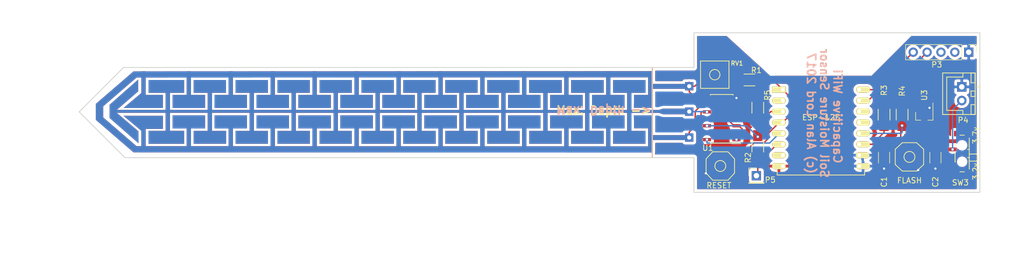
<source format=kicad_pcb>
(kicad_pcb (version 4) (host pcbnew 4.0.4+e1-6308~48~ubuntu16.04.1-stable)

  (general
    (links 45)
    (no_connects 0)
    (area 44.247999 79.934999 209.244001 109.295001)
    (thickness 1.6)
    (drawings 22)
    (tracks 128)
    (zones 0)
    (modules 18)
    (nets 17)
  )

  (page A4)
  (title_block
    (title "ESP8266 Capacitive Soil Sensor")
    (date 2017-02-24)
    (rev 1.0)
    (company "Author: Alan Lord")
    (comment 1 "Contact: alanslists@gmail.com")
    (comment 3 "Creative Commons Attribution-NonCommercial-ShareAlike 4.0 International Public License")
  )

  (layers
    (0 F.Cu signal)
    (31 B.Cu signal)
    (32 B.Adhes user)
    (33 F.Adhes user)
    (34 B.Paste user)
    (35 F.Paste user)
    (36 B.SilkS user)
    (37 F.SilkS user)
    (38 B.Mask user)
    (39 F.Mask user)
    (40 Dwgs.User user)
    (41 Cmts.User user)
    (42 Eco1.User user)
    (43 Eco2.User user)
    (44 Edge.Cuts user)
    (45 Margin user)
    (46 B.CrtYd user)
    (47 F.CrtYd user)
    (48 B.Fab user)
    (49 F.Fab user)
  )

  (setup
    (last_trace_width 0.25)
    (trace_clearance 0.2)
    (zone_clearance 0.508)
    (zone_45_only yes)
    (trace_min 0.2)
    (segment_width 0.2)
    (edge_width 0.15)
    (via_size 0.6)
    (via_drill 0.4)
    (via_min_size 0.4)
    (via_min_drill 0.3)
    (uvia_size 0.3)
    (uvia_drill 0.1)
    (uvias_allowed no)
    (uvia_min_size 0.2)
    (uvia_min_drill 0.1)
    (pcb_text_width 0.3)
    (pcb_text_size 1.5 1.5)
    (mod_edge_width 0.15)
    (mod_text_size 1 1)
    (mod_text_width 0.15)
    (pad_size 1.5 1.5)
    (pad_drill 0.65)
    (pad_to_mask_clearance 0.2)
    (aux_axis_origin 0 0)
    (grid_origin 249.555 95.25)
    (visible_elements FFFFFF7F)
    (pcbplotparams
      (layerselection 0x010f0_80000001)
      (usegerberextensions true)
      (excludeedgelayer true)
      (linewidth 0.100000)
      (plotframeref false)
      (viasonmask false)
      (mode 1)
      (useauxorigin false)
      (hpglpennumber 1)
      (hpglpenspeed 20)
      (hpglpendiameter 15)
      (hpglpenoverlay 2)
      (psnegative false)
      (psa4output false)
      (plotreference true)
      (plotvalue true)
      (plotinvisibletext false)
      (padsonsilk false)
      (subtractmaskfromsilk false)
      (outputformat 1)
      (mirror false)
      (drillshape 0)
      (scaleselection 1)
      (outputdirectory /home/alanlord/Personal/Projects/git/esp8266-cap-soil-sensor/pcb/))
  )

  (net 0 "")
  (net 1 VCC)
  (net 2 GND)
  (net 3 "Net-(C2-Pad1)")
  (net 4 /RXD)
  (net 5 /TXD)
  (net 6 "Net-(R1-Pad2)")
  (net 7 /SENS)
  (net 8 "Net-(R2-Pad2)")
  (net 9 "Net-(R3-Pad2)")
  (net 10 /FLASH)
  (net 11 /CHIP_EN)
  (net 12 "Net-(RV1-Pad2)")
  (net 13 "Net-(SW3-Pad3)")
  (net 14 "Net-(CS1-Pad1)")
  (net 15 "Net-(CS1-Pad2)")
  (net 16 POWER)

  (net_class Default "This is the default net class."
    (clearance 0.2)
    (trace_width 0.25)
    (via_dia 0.6)
    (via_drill 0.4)
    (uvia_dia 0.3)
    (uvia_drill 0.1)
    (add_net /CHIP_EN)
    (add_net /FLASH)
    (add_net /RXD)
    (add_net /SENS)
    (add_net /TXD)
    (add_net GND)
    (add_net "Net-(C2-Pad1)")
    (add_net "Net-(CS1-Pad1)")
    (add_net "Net-(CS1-Pad2)")
    (add_net "Net-(R1-Pad2)")
    (add_net "Net-(R2-Pad2)")
    (add_net "Net-(R3-Pad2)")
    (add_net "Net-(RV1-Pad2)")
    (add_net "Net-(SW3-Pad3)")
    (add_net POWER)
    (add_net VCC)
  )

  (module Housings_SOIC:SOIC-14_3.9x8.7mm_Pitch1.27mm (layer F.Cu) (tedit 58B07F0C) (tstamp 58A30D5E)
    (at 161.925 95.758 180)
    (descr "14-Lead Plastic Small Outline (SL) - Narrow, 3.90 mm Body [SOIC] (see Microchip Packaging Specification 00000049BS.pdf)")
    (tags "SOIC 1.27")
    (path /58D687CA)
    (attr smd)
    (fp_text reference U1 (at 2.54 -5.334 360) (layer F.SilkS)
      (effects (font (size 1 1) (thickness 0.15)))
    )
    (fp_text value 74LS14 (at 0 5.375 180) (layer F.Fab) hide
      (effects (font (size 1 1) (thickness 0.15)))
    )
    (fp_line (start -0.95 -4.35) (end 1.95 -4.35) (layer F.Fab) (width 0.15))
    (fp_line (start 1.95 -4.35) (end 1.95 4.35) (layer F.Fab) (width 0.15))
    (fp_line (start 1.95 4.35) (end -1.95 4.35) (layer F.Fab) (width 0.15))
    (fp_line (start -1.95 4.35) (end -1.95 -3.35) (layer F.Fab) (width 0.15))
    (fp_line (start -1.95 -3.35) (end -0.95 -4.35) (layer F.Fab) (width 0.15))
    (fp_line (start -3.7 -4.65) (end -3.7 4.65) (layer F.CrtYd) (width 0.05))
    (fp_line (start 3.7 -4.65) (end 3.7 4.65) (layer F.CrtYd) (width 0.05))
    (fp_line (start -3.7 -4.65) (end 3.7 -4.65) (layer F.CrtYd) (width 0.05))
    (fp_line (start -3.7 4.65) (end 3.7 4.65) (layer F.CrtYd) (width 0.05))
    (fp_line (start -2.075 -4.45) (end -2.075 -4.425) (layer F.SilkS) (width 0.15))
    (fp_line (start 2.075 -4.45) (end 2.075 -4.335) (layer F.SilkS) (width 0.15))
    (fp_line (start 2.075 4.45) (end 2.075 4.335) (layer F.SilkS) (width 0.15))
    (fp_line (start -2.075 4.45) (end -2.075 4.335) (layer F.SilkS) (width 0.15))
    (fp_line (start -2.075 -4.45) (end 2.075 -4.45) (layer F.SilkS) (width 0.15))
    (fp_line (start -2.075 4.45) (end 2.075 4.45) (layer F.SilkS) (width 0.15))
    (fp_line (start -2.075 -4.425) (end -3.45 -4.425) (layer F.SilkS) (width 0.15))
    (pad 1 smd rect (at -2.7 -3.81 180) (size 1.5 0.6) (layers F.Cu F.Paste F.Mask)
      (net 2 GND))
    (pad 2 smd rect (at -2.7 -2.54 180) (size 1.5 0.6) (layers F.Cu F.Paste F.Mask))
    (pad 3 smd rect (at -2.7 -1.27 180) (size 1.5 0.6) (layers F.Cu F.Paste F.Mask)
      (net 2 GND))
    (pad 4 smd rect (at -2.7 0 180) (size 1.5 0.6) (layers F.Cu F.Paste F.Mask))
    (pad 5 smd rect (at -2.7 1.27 180) (size 1.5 0.6) (layers F.Cu F.Paste F.Mask)
      (net 2 GND))
    (pad 6 smd rect (at -2.7 2.54 180) (size 1.5 0.6) (layers F.Cu F.Paste F.Mask))
    (pad 7 smd rect (at -2.7 3.81 180) (size 1.5 0.6) (layers F.Cu F.Paste F.Mask)
      (net 2 GND))
    (pad 8 smd rect (at 2.7 3.81 180) (size 1.5 0.6) (layers F.Cu F.Paste F.Mask)
      (net 12 "Net-(RV1-Pad2)"))
    (pad 9 smd rect (at 2.7 2.54 180) (size 1.5 0.6) (layers F.Cu F.Paste F.Mask)
      (net 14 "Net-(CS1-Pad1)"))
    (pad 10 smd rect (at 2.7 1.27 180) (size 1.5 0.6) (layers F.Cu F.Paste F.Mask)
      (net 15 "Net-(CS1-Pad2)"))
    (pad 11 smd rect (at 2.7 0 180) (size 1.5 0.6) (layers F.Cu F.Paste F.Mask)
      (net 12 "Net-(RV1-Pad2)"))
    (pad 12 smd rect (at 2.7 -1.27 180) (size 1.5 0.6) (layers F.Cu F.Paste F.Mask)
      (net 8 "Net-(R2-Pad2)"))
    (pad 13 smd rect (at 2.7 -2.54 180) (size 1.5 0.6) (layers F.Cu F.Paste F.Mask)
      (net 15 "Net-(CS1-Pad2)"))
    (pad 14 smd rect (at 2.7 -3.81 180) (size 1.5 0.6) (layers F.Cu F.Paste F.Mask)
      (net 16 POWER))
    (model Housings_SOIC.3dshapes/SOIC-14_3.9x8.7mm_Pitch1.27mm.wrl
      (at (xyz 0 0 0))
      (scale (xyz 1 1 1))
      (rotate (xyz 0 0 0))
    )
  )

  (module Capacitors_SMD:C_1206_HandSoldering (layer F.Cu) (tedit 58A6F384) (tstamp 58A30CF8)
    (at 191.643 102.87 270)
    (descr "Capacitor SMD 1206, hand soldering")
    (tags "capacitor 1206")
    (path /588E2133)
    (attr smd)
    (fp_text reference C1 (at 4.445 0 270) (layer F.SilkS)
      (effects (font (size 1 1) (thickness 0.15)))
    )
    (fp_text value 10uF (at 0 2.3 270) (layer F.Fab) hide
      (effects (font (size 1 1) (thickness 0.15)))
    )
    (fp_line (start -1.6 0.8) (end -1.6 -0.8) (layer F.Fab) (width 0.1))
    (fp_line (start 1.6 0.8) (end -1.6 0.8) (layer F.Fab) (width 0.1))
    (fp_line (start 1.6 -0.8) (end 1.6 0.8) (layer F.Fab) (width 0.1))
    (fp_line (start -1.6 -0.8) (end 1.6 -0.8) (layer F.Fab) (width 0.1))
    (fp_line (start -3.3 -1.15) (end 3.3 -1.15) (layer F.CrtYd) (width 0.05))
    (fp_line (start -3.3 1.15) (end 3.3 1.15) (layer F.CrtYd) (width 0.05))
    (fp_line (start -3.3 -1.15) (end -3.3 1.15) (layer F.CrtYd) (width 0.05))
    (fp_line (start 3.3 -1.15) (end 3.3 1.15) (layer F.CrtYd) (width 0.05))
    (fp_line (start 1 -1.025) (end -1 -1.025) (layer F.SilkS) (width 0.12))
    (fp_line (start -1 1.025) (end 1 1.025) (layer F.SilkS) (width 0.12))
    (pad 1 smd rect (at -2 0 270) (size 2 1.6) (layers F.Cu F.Paste F.Mask)
      (net 1 VCC))
    (pad 2 smd rect (at 2 0 270) (size 2 1.6) (layers F.Cu F.Paste F.Mask)
      (net 2 GND))
    (model Capacitors_SMD.3dshapes/C_1206_HandSoldering.wrl
      (at (xyz 0 0 0))
      (scale (xyz 1 1 1))
      (rotate (xyz 0 0 0))
    )
  )

  (module Capacitors_SMD:C_1206_HandSoldering (layer F.Cu) (tedit 58A6F38A) (tstamp 58A30CFE)
    (at 201.041 102.87 270)
    (descr "Capacitor SMD 1206, hand soldering")
    (tags "capacitor 1206")
    (path /588E215C)
    (attr smd)
    (fp_text reference C2 (at 4.445 0 270) (layer F.SilkS)
      (effects (font (size 1 1) (thickness 0.15)))
    )
    (fp_text value 1uF (at 0 2.3 270) (layer F.Fab) hide
      (effects (font (size 1 1) (thickness 0.15)))
    )
    (fp_line (start -1.6 0.8) (end -1.6 -0.8) (layer F.Fab) (width 0.1))
    (fp_line (start 1.6 0.8) (end -1.6 0.8) (layer F.Fab) (width 0.1))
    (fp_line (start 1.6 -0.8) (end 1.6 0.8) (layer F.Fab) (width 0.1))
    (fp_line (start -1.6 -0.8) (end 1.6 -0.8) (layer F.Fab) (width 0.1))
    (fp_line (start -3.3 -1.15) (end 3.3 -1.15) (layer F.CrtYd) (width 0.05))
    (fp_line (start -3.3 1.15) (end 3.3 1.15) (layer F.CrtYd) (width 0.05))
    (fp_line (start -3.3 -1.15) (end -3.3 1.15) (layer F.CrtYd) (width 0.05))
    (fp_line (start 3.3 -1.15) (end 3.3 1.15) (layer F.CrtYd) (width 0.05))
    (fp_line (start 1 -1.025) (end -1 -1.025) (layer F.SilkS) (width 0.12))
    (fp_line (start -1 1.025) (end 1 1.025) (layer F.SilkS) (width 0.12))
    (pad 1 smd rect (at -2 0 270) (size 2 1.6) (layers F.Cu F.Paste F.Mask)
      (net 3 "Net-(C2-Pad1)"))
    (pad 2 smd rect (at 2 0 270) (size 2 1.6) (layers F.Cu F.Paste F.Mask)
      (net 2 GND))
    (model Capacitors_SMD.3dshapes/C_1206_HandSoldering.wrl
      (at (xyz 0 0 0))
      (scale (xyz 1 1 1))
      (rotate (xyz 0 0 0))
    )
  )

  (module Connectors_JST:JST_XH_B02B-XH-A_02x2.50mm_Straight (layer F.Cu) (tedit 58B049A3) (tstamp 58A30D17)
    (at 205.867 89.916 270)
    (descr "JST XH series connector, B02B-XH-A, top entry type, through hole")
    (tags "connector jst xh tht top vertical 2.50mm")
    (path /5893A688)
    (fp_text reference P4 (at 6.096 -0.254 360) (layer F.SilkS)
      (effects (font (size 1 1) (thickness 0.15)))
    )
    (fp_text value PWR (at 1.25 4.5 270) (layer F.Fab) hide
      (effects (font (size 1 1) (thickness 0.15)))
    )
    (fp_line (start -2.95 -2.85) (end -2.95 3.9) (layer F.CrtYd) (width 0.05))
    (fp_line (start -2.95 3.9) (end 5.45 3.9) (layer F.CrtYd) (width 0.05))
    (fp_line (start 5.45 3.9) (end 5.45 -2.85) (layer F.CrtYd) (width 0.05))
    (fp_line (start 5.45 -2.85) (end -2.95 -2.85) (layer F.CrtYd) (width 0.05))
    (fp_line (start -2.55 -2.45) (end -2.55 3.5) (layer F.SilkS) (width 0.15))
    (fp_line (start -2.55 3.5) (end 5.05 3.5) (layer F.SilkS) (width 0.15))
    (fp_line (start 5.05 3.5) (end 5.05 -2.45) (layer F.SilkS) (width 0.15))
    (fp_line (start 5.05 -2.45) (end -2.55 -2.45) (layer F.SilkS) (width 0.15))
    (fp_line (start 0.75 -2.45) (end 0.75 -1.7) (layer F.SilkS) (width 0.15))
    (fp_line (start 0.75 -1.7) (end 1.75 -1.7) (layer F.SilkS) (width 0.15))
    (fp_line (start 1.75 -1.7) (end 1.75 -2.45) (layer F.SilkS) (width 0.15))
    (fp_line (start 1.75 -2.45) (end 0.75 -2.45) (layer F.SilkS) (width 0.15))
    (fp_line (start -2.55 -2.45) (end -2.55 -1.7) (layer F.SilkS) (width 0.15))
    (fp_line (start -2.55 -1.7) (end -0.75 -1.7) (layer F.SilkS) (width 0.15))
    (fp_line (start -0.75 -1.7) (end -0.75 -2.45) (layer F.SilkS) (width 0.15))
    (fp_line (start -0.75 -2.45) (end -2.55 -2.45) (layer F.SilkS) (width 0.15))
    (fp_line (start 3.25 -2.45) (end 3.25 -1.7) (layer F.SilkS) (width 0.15))
    (fp_line (start 3.25 -1.7) (end 5.05 -1.7) (layer F.SilkS) (width 0.15))
    (fp_line (start 5.05 -1.7) (end 5.05 -2.45) (layer F.SilkS) (width 0.15))
    (fp_line (start 5.05 -2.45) (end 3.25 -2.45) (layer F.SilkS) (width 0.15))
    (fp_line (start -2.55 -0.2) (end -1.8 -0.2) (layer F.SilkS) (width 0.15))
    (fp_line (start -1.8 -0.2) (end -1.8 2.75) (layer F.SilkS) (width 0.15))
    (fp_line (start -1.8 2.75) (end 1.25 2.75) (layer F.SilkS) (width 0.15))
    (fp_line (start 5.05 -0.2) (end 4.3 -0.2) (layer F.SilkS) (width 0.15))
    (fp_line (start 4.3 -0.2) (end 4.3 2.75) (layer F.SilkS) (width 0.15))
    (fp_line (start 4.3 2.75) (end 1.25 2.75) (layer F.SilkS) (width 0.15))
    (fp_line (start 0 -2.75) (end -0.3 -3.35) (layer F.SilkS) (width 0.15))
    (fp_line (start -0.3 -3.35) (end 0.3 -3.35) (layer F.SilkS) (width 0.15))
    (fp_line (start 0.3 -3.35) (end 0 -2.75) (layer F.SilkS) (width 0.15))
    (pad 1 thru_hole rect (at 0 0 270) (size 1.75 1.75) (drill 1) (layers *.Cu *.Mask)
      (net 2 GND))
    (pad 2 thru_hole circle (at 2.5 0 270) (size 1.75 1.75) (drill 1) (layers *.Cu *.Mask)
      (net 3 "Net-(C2-Pad1)"))
    (model Connectors_JST.3dshapes/JST_XH_B02B-XH-A_02x2.50mm_Straight.wrl
      (at (xyz 0 0 0))
      (scale (xyz 1 1 1))
      (rotate (xyz 0 0 0))
    )
  )

  (module Resistors_SMD:R_1206_HandSoldering (layer F.Cu) (tedit 58DA95DE) (tstamp 58A30D1D)
    (at 167.005 88.646)
    (descr "Resistor SMD 1206, hand soldering")
    (tags "resistor 1206")
    (path /58A321F5)
    (attr smd)
    (fp_text reference R1 (at 1.27 -1.778) (layer F.SilkS)
      (effects (font (size 1 1) (thickness 0.15)))
    )
    (fp_text value 10k (at 0 2.3) (layer F.Fab) hide
      (effects (font (size 1 1) (thickness 0.15)))
    )
    (fp_line (start -1.6 0.8) (end -1.6 -0.8) (layer F.Fab) (width 0.1))
    (fp_line (start 1.6 0.8) (end -1.6 0.8) (layer F.Fab) (width 0.1))
    (fp_line (start 1.6 -0.8) (end 1.6 0.8) (layer F.Fab) (width 0.1))
    (fp_line (start -1.6 -0.8) (end 1.6 -0.8) (layer F.Fab) (width 0.1))
    (fp_line (start -3.3 -1.2) (end 3.3 -1.2) (layer F.CrtYd) (width 0.05))
    (fp_line (start -3.3 1.2) (end 3.3 1.2) (layer F.CrtYd) (width 0.05))
    (fp_line (start -3.3 -1.2) (end -3.3 1.2) (layer F.CrtYd) (width 0.05))
    (fp_line (start 3.3 -1.2) (end 3.3 1.2) (layer F.CrtYd) (width 0.05))
    (fp_line (start 1 1.075) (end -1 1.075) (layer F.SilkS) (width 0.15))
    (fp_line (start -1 -1.075) (end 1 -1.075) (layer F.SilkS) (width 0.15))
    (pad 1 smd rect (at -2 0) (size 2 1.7) (layers F.Cu F.Paste F.Mask)
      (net 1 VCC))
    (pad 2 smd rect (at 2 0) (size 2 1.7) (layers F.Cu F.Paste F.Mask)
      (net 6 "Net-(R1-Pad2)"))
    (model Resistors_SMD.3dshapes/R_1206_HandSoldering.wrl
      (at (xyz 0 0 0))
      (scale (xyz 1 1 1))
      (rotate (xyz 0 0 0))
    )
  )

  (module Resistors_SMD:R_1206_HandSoldering (layer F.Cu) (tedit 58B04946) (tstamp 58A30D23)
    (at 168.529 100.838 90)
    (descr "Resistor SMD 1206, hand soldering")
    (tags "resistor 1206")
    (path /588E21F6)
    (attr smd)
    (fp_text reference R2 (at -2.032 -1.778 90) (layer F.SilkS)
      (effects (font (size 1 1) (thickness 0.15)))
    )
    (fp_text value 100 (at 0 2.3 90) (layer F.Fab) hide
      (effects (font (size 1 1) (thickness 0.15)))
    )
    (fp_line (start -1.6 0.8) (end -1.6 -0.8) (layer F.Fab) (width 0.1))
    (fp_line (start 1.6 0.8) (end -1.6 0.8) (layer F.Fab) (width 0.1))
    (fp_line (start 1.6 -0.8) (end 1.6 0.8) (layer F.Fab) (width 0.1))
    (fp_line (start -1.6 -0.8) (end 1.6 -0.8) (layer F.Fab) (width 0.1))
    (fp_line (start -3.3 -1.2) (end 3.3 -1.2) (layer F.CrtYd) (width 0.05))
    (fp_line (start -3.3 1.2) (end 3.3 1.2) (layer F.CrtYd) (width 0.05))
    (fp_line (start -3.3 -1.2) (end -3.3 1.2) (layer F.CrtYd) (width 0.05))
    (fp_line (start 3.3 -1.2) (end 3.3 1.2) (layer F.CrtYd) (width 0.05))
    (fp_line (start 1 1.075) (end -1 1.075) (layer F.SilkS) (width 0.15))
    (fp_line (start -1 -1.075) (end 1 -1.075) (layer F.SilkS) (width 0.15))
    (pad 1 smd rect (at -2 0 90) (size 2 1.7) (layers F.Cu F.Paste F.Mask)
      (net 7 /SENS))
    (pad 2 smd rect (at 2 0 90) (size 2 1.7) (layers F.Cu F.Paste F.Mask)
      (net 8 "Net-(R2-Pad2)"))
    (model Resistors_SMD.3dshapes/R_1206_HandSoldering.wrl
      (at (xyz 0 0 0))
      (scale (xyz 1 1 1))
      (rotate (xyz 0 0 0))
    )
  )

  (module Resistors_SMD:R_1206_HandSoldering (layer F.Cu) (tedit 58A6F391) (tstamp 58A30D29)
    (at 191.643 94.996 270)
    (descr "Resistor SMD 1206, hand soldering")
    (tags "resistor 1206")
    (path /58A3223E)
    (attr smd)
    (fp_text reference R3 (at -4.445 0 270) (layer F.SilkS)
      (effects (font (size 1 1) (thickness 0.15)))
    )
    (fp_text value 10k (at 0 2.3 270) (layer F.Fab) hide
      (effects (font (size 1 1) (thickness 0.15)))
    )
    (fp_line (start -1.6 0.8) (end -1.6 -0.8) (layer F.Fab) (width 0.1))
    (fp_line (start 1.6 0.8) (end -1.6 0.8) (layer F.Fab) (width 0.1))
    (fp_line (start 1.6 -0.8) (end 1.6 0.8) (layer F.Fab) (width 0.1))
    (fp_line (start -1.6 -0.8) (end 1.6 -0.8) (layer F.Fab) (width 0.1))
    (fp_line (start -3.3 -1.2) (end 3.3 -1.2) (layer F.CrtYd) (width 0.05))
    (fp_line (start -3.3 1.2) (end 3.3 1.2) (layer F.CrtYd) (width 0.05))
    (fp_line (start -3.3 -1.2) (end -3.3 1.2) (layer F.CrtYd) (width 0.05))
    (fp_line (start 3.3 -1.2) (end 3.3 1.2) (layer F.CrtYd) (width 0.05))
    (fp_line (start 1 1.075) (end -1 1.075) (layer F.SilkS) (width 0.15))
    (fp_line (start -1 -1.075) (end 1 -1.075) (layer F.SilkS) (width 0.15))
    (pad 1 smd rect (at -2 0 270) (size 2 1.7) (layers F.Cu F.Paste F.Mask)
      (net 1 VCC))
    (pad 2 smd rect (at 2 0 270) (size 2 1.7) (layers F.Cu F.Paste F.Mask)
      (net 9 "Net-(R3-Pad2)"))
    (model Resistors_SMD.3dshapes/R_1206_HandSoldering.wrl
      (at (xyz 0 0 0))
      (scale (xyz 1 1 1))
      (rotate (xyz 0 0 0))
    )
  )

  (module Resistors_SMD:R_1206_HandSoldering (layer F.Cu) (tedit 58B04981) (tstamp 58A30D2F)
    (at 194.945 94.996 270)
    (descr "Resistor SMD 1206, hand soldering")
    (tags "resistor 1206")
    (path /58A3227D)
    (attr smd)
    (fp_text reference R4 (at -4.318 0 270) (layer F.SilkS)
      (effects (font (size 1 1) (thickness 0.15)))
    )
    (fp_text value 10k (at 0 2.3 270) (layer F.Fab) hide
      (effects (font (size 1 1) (thickness 0.15)))
    )
    (fp_line (start -1.6 0.8) (end -1.6 -0.8) (layer F.Fab) (width 0.1))
    (fp_line (start 1.6 0.8) (end -1.6 0.8) (layer F.Fab) (width 0.1))
    (fp_line (start 1.6 -0.8) (end 1.6 0.8) (layer F.Fab) (width 0.1))
    (fp_line (start -1.6 -0.8) (end 1.6 -0.8) (layer F.Fab) (width 0.1))
    (fp_line (start -3.3 -1.2) (end 3.3 -1.2) (layer F.CrtYd) (width 0.05))
    (fp_line (start -3.3 1.2) (end 3.3 1.2) (layer F.CrtYd) (width 0.05))
    (fp_line (start -3.3 -1.2) (end -3.3 1.2) (layer F.CrtYd) (width 0.05))
    (fp_line (start 3.3 -1.2) (end 3.3 1.2) (layer F.CrtYd) (width 0.05))
    (fp_line (start 1 1.075) (end -1 1.075) (layer F.SilkS) (width 0.15))
    (fp_line (start -1 -1.075) (end 1 -1.075) (layer F.SilkS) (width 0.15))
    (pad 1 smd rect (at -2 0 270) (size 2 1.7) (layers F.Cu F.Paste F.Mask)
      (net 1 VCC))
    (pad 2 smd rect (at 2 0 270) (size 2 1.7) (layers F.Cu F.Paste F.Mask)
      (net 10 /FLASH))
    (model Resistors_SMD.3dshapes/R_1206_HandSoldering.wrl
      (at (xyz 0 0 0))
      (scale (xyz 1 1 1))
      (rotate (xyz 0 0 0))
    )
  )

  (module Resistors_SMD:R_1206_HandSoldering (layer F.Cu) (tedit 58B04953) (tstamp 58A30D35)
    (at 168.529 93.726 270)
    (descr "Resistor SMD 1206, hand soldering")
    (tags "resistor 1206")
    (path /58A32A7D)
    (attr smd)
    (fp_text reference R5 (at -2.286 -1.778 270) (layer F.SilkS)
      (effects (font (size 1 1) (thickness 0.15)))
    )
    (fp_text value 10k (at 0 2.3 270) (layer F.Fab) hide
      (effects (font (size 1 1) (thickness 0.15)))
    )
    (fp_line (start -1.6 0.8) (end -1.6 -0.8) (layer F.Fab) (width 0.1))
    (fp_line (start 1.6 0.8) (end -1.6 0.8) (layer F.Fab) (width 0.1))
    (fp_line (start 1.6 -0.8) (end 1.6 0.8) (layer F.Fab) (width 0.1))
    (fp_line (start -1.6 -0.8) (end 1.6 -0.8) (layer F.Fab) (width 0.1))
    (fp_line (start -3.3 -1.2) (end 3.3 -1.2) (layer F.CrtYd) (width 0.05))
    (fp_line (start -3.3 1.2) (end 3.3 1.2) (layer F.CrtYd) (width 0.05))
    (fp_line (start -3.3 -1.2) (end -3.3 1.2) (layer F.CrtYd) (width 0.05))
    (fp_line (start 3.3 -1.2) (end 3.3 1.2) (layer F.CrtYd) (width 0.05))
    (fp_line (start 1 1.075) (end -1 1.075) (layer F.SilkS) (width 0.15))
    (fp_line (start -1 -1.075) (end 1 -1.075) (layer F.SilkS) (width 0.15))
    (pad 1 smd rect (at -2 0 270) (size 2 1.7) (layers F.Cu F.Paste F.Mask)
      (net 1 VCC))
    (pad 2 smd rect (at 2 0 270) (size 2 1.7) (layers F.Cu F.Paste F.Mask)
      (net 11 /CHIP_EN))
    (model Resistors_SMD.3dshapes/R_1206_HandSoldering.wrl
      (at (xyz 0 0 0))
      (scale (xyz 1 1 1))
      (rotate (xyz 0 0 0))
    )
  )

  (module manuf:BOURNS-3364-W (layer F.Cu) (tedit 58B04962) (tstamp 58A30D3C)
    (at 160.655 87.884 180)
    (path /58A2F8E1)
    (attr smd)
    (fp_text reference RV1 (at -4.064 2.286 360) (layer F.SilkS)
      (effects (font (size 0.8 0.8) (thickness 0.15)))
    )
    (fp_text value POT-BOURNS-3364W (at 0 0 270) (layer F.Fab) hide
      (effects (font (size 0.8 0.8) (thickness 0.15)))
    )
    (fp_circle (center 0 0.2) (end -0.3 -0.7) (layer F.SilkS) (width 0.15))
    (fp_line (start 1.4 -2.3) (end 2.6 -2.3) (layer F.SilkS) (width 0.15))
    (fp_line (start 2.6 -2.3) (end 2.6 2.7) (layer F.SilkS) (width 0.15))
    (fp_line (start 2.6 2.7) (end -2.6 2.7) (layer F.SilkS) (width 0.15))
    (fp_line (start -2.6 2.7) (end -2.6 -2.3) (layer F.SilkS) (width 0.15))
    (fp_line (start -2.6 -2.3) (end 1.4 -2.3) (layer F.SilkS) (width 0.15))
    (pad 1 smd rect (at -1.5 2.1 180) (size 1.4 1.6) (layers F.Cu F.Paste F.Mask))
    (pad 3 smd rect (at 1.5 2.1 180) (size 1.4 1.6) (layers F.Cu F.Paste F.Mask)
      (net 14 "Net-(CS1-Pad1)"))
    (pad 2 smd rect (at 0 -1.8 180) (size 2.5 1.2) (layers F.Cu F.Paste F.Mask)
      (net 12 "Net-(RV1-Pad2)"))
    (model smd_resistors/trim_murata_pvz2a.wrl
      (at (xyz 0 0 0))
      (scale (xyz 1.6 1.5 1))
      (rotate (xyz 0 0 0))
    )
  )

  (module switches:SKQGAFE010_Switch (layer F.Cu) (tedit 58D67367) (tstamp 58A30D44)
    (at 161.671 104.394 180)
    (descr "SKQGAFE010 SMD Mount Tactile Switch")
    (path /58D67626)
    (attr smd)
    (fp_text reference SW1 (at 0 3.175 180) (layer F.SilkS) hide
      (effects (font (size 1 1) (thickness 0.15)))
    )
    (fp_text value RESET (at 0.254 -3.556 360) (layer F.SilkS)
      (effects (font (size 1 1) (thickness 0.15)))
    )
    (fp_line (start -2.6 1.3) (end -1.4 2.6) (layer F.SilkS) (width 0.15))
    (fp_line (start 1.4 -2.6) (end 2.6 -1.3) (layer F.SilkS) (width 0.15))
    (fp_line (start 2.6 1.3) (end 1.4 2.6) (layer F.SilkS) (width 0.15))
    (fp_line (start -1.4 -2.6) (end -2.6 -1.3) (layer F.SilkS) (width 0.15))
    (fp_line (start -2.6 1.3) (end -2.6 -1.3) (layer F.SilkS) (width 0.15))
    (fp_line (start 2.6 1.3) (end 2.6 -1.3) (layer F.SilkS) (width 0.15))
    (fp_line (start 1.4 -2.6) (end -1.4 -2.6) (layer F.SilkS) (width 0.15))
    (fp_line (start 1.4 2.6) (end -1.4 2.6) (layer F.SilkS) (width 0.15))
    (fp_circle (center 0 0) (end 1 0) (layer F.SilkS) (width 0.15))
    (pad 3 smd rect (at -2.4 1.6 180) (size 1.8 1.1) (layers F.Cu F.Paste F.Mask)
      (net 6 "Net-(R1-Pad2)"))
    (pad 1 smd rect (at -2.4 -1.6 180) (size 1.8 1.1) (layers F.Cu F.Paste F.Mask)
      (net 2 GND))
    (pad 2 smd rect (at 2.4 -1.6 180) (size 1.8 1.1) (layers F.Cu F.Paste F.Mask)
      (net 2 GND))
    (pad 4 smd rect (at 2.4 1.6 180) (size 1.8 1.1) (layers F.Cu F.Paste F.Mask)
      (net 6 "Net-(R1-Pad2)"))
  )

  (module switches:SKQGAFE010_Switch (layer F.Cu) (tedit 58B04345) (tstamp 58A30D4C)
    (at 196.291 102.73 90)
    (descr "SKQGAFE010 SMD Mount Tactile Switch")
    (path /58D676A5)
    (attr smd)
    (fp_text reference SW2 (at 0 3.81 90) (layer F.SilkS) hide
      (effects (font (size 1 1) (thickness 0.15)))
    )
    (fp_text value FLASH (at -4.318 0 180) (layer F.SilkS)
      (effects (font (size 1 1) (thickness 0.15)))
    )
    (fp_line (start -2.6 1.3) (end -1.4 2.6) (layer F.SilkS) (width 0.15))
    (fp_line (start 1.4 -2.6) (end 2.6 -1.3) (layer F.SilkS) (width 0.15))
    (fp_line (start 2.6 1.3) (end 1.4 2.6) (layer F.SilkS) (width 0.15))
    (fp_line (start -1.4 -2.6) (end -2.6 -1.3) (layer F.SilkS) (width 0.15))
    (fp_line (start -2.6 1.3) (end -2.6 -1.3) (layer F.SilkS) (width 0.15))
    (fp_line (start 2.6 1.3) (end 2.6 -1.3) (layer F.SilkS) (width 0.15))
    (fp_line (start 1.4 -2.6) (end -1.4 -2.6) (layer F.SilkS) (width 0.15))
    (fp_line (start 1.4 2.6) (end -1.4 2.6) (layer F.SilkS) (width 0.15))
    (fp_circle (center 0 0) (end 1 0) (layer F.SilkS) (width 0.15))
    (pad 3 smd rect (at -2.4 1.6 90) (size 1.8 1.1) (layers F.Cu F.Paste F.Mask)
      (net 2 GND))
    (pad 1 smd rect (at -2.4 -1.6 90) (size 1.8 1.1) (layers F.Cu F.Paste F.Mask)
      (net 10 /FLASH))
    (pad 2 smd rect (at 2.4 -1.6 90) (size 1.8 1.1) (layers F.Cu F.Paste F.Mask)
      (net 10 /FLASH))
    (pad 4 smd rect (at 2.4 1.6 90) (size 1.8 1.1) (layers F.Cu F.Paste F.Mask))
  )

  (module ESP8266:ESP-12E (layer F.Cu) (tedit 58B07FE4) (tstamp 58A30D78)
    (at 173.101 90.424)
    (descr "Module, ESP-8266, ESP-12, 16 pad, SMD")
    (tags "Module ESP-8266 ESP8266")
    (path /588E2247)
    (fp_text reference U2 (at -2 -2) (layer F.SilkS) hide
      (effects (font (size 1 1) (thickness 0.15)))
    )
    (fp_text value ESP-12F (at 6.985 5.08) (layer F.SilkS)
      (effects (font (size 1 1) (thickness 0.15)))
    )
    (fp_line (start -2.25 -0.5) (end -2.25 -8.75) (layer F.CrtYd) (width 0.05))
    (fp_line (start -2.25 -8.75) (end 15.25 -8.75) (layer F.CrtYd) (width 0.05))
    (fp_line (start 15.25 -8.75) (end 16.25 -8.75) (layer F.CrtYd) (width 0.05))
    (fp_line (start 16.25 -8.75) (end 16.25 16) (layer F.CrtYd) (width 0.05))
    (fp_line (start 16.25 16) (end -2.25 16) (layer F.CrtYd) (width 0.05))
    (fp_line (start -2.25 16) (end -2.25 -0.5) (layer F.CrtYd) (width 0.05))
    (fp_line (start -1.016 -8.382) (end 14.986 -8.382) (layer F.CrtYd) (width 0.1524))
    (fp_line (start 14.986 -8.382) (end 14.986 -0.889) (layer F.CrtYd) (width 0.1524))
    (fp_line (start -1.016 -8.382) (end -1.016 -1.016) (layer F.CrtYd) (width 0.1524))
    (fp_line (start -1.016 14.859) (end -1.016 15.621) (layer F.SilkS) (width 0.1524))
    (fp_line (start -1.016 15.621) (end 14.986 15.621) (layer F.SilkS) (width 0.1524))
    (fp_line (start 14.986 15.621) (end 14.986 14.859) (layer F.SilkS) (width 0.1524))
    (fp_line (start 14.992 -8.4) (end -1.008 -2.6) (layer F.CrtYd) (width 0.1524))
    (fp_line (start -1.008 -8.4) (end 14.992 -2.6) (layer F.CrtYd) (width 0.1524))
    (fp_text user "No Copper" (at 6.892 -5.4) (layer F.CrtYd)
      (effects (font (size 1 1) (thickness 0.15)))
    )
    (fp_line (start -1.008 -2.6) (end 14.992 -2.6) (layer F.CrtYd) (width 0.1524))
    (fp_line (start 15 -8.4) (end 15 15.6) (layer F.Fab) (width 0.05))
    (fp_line (start 14.992 15.6) (end -1.008 15.6) (layer F.Fab) (width 0.05))
    (fp_line (start -1.008 15.6) (end -1.008 -8.4) (layer F.Fab) (width 0.05))
    (fp_line (start -1.008 -8.4) (end 14.992 -8.4) (layer F.Fab) (width 0.05))
    (pad 1 thru_hole rect (at 0 0) (size 2.5 1.1) (drill 0.65 (offset -0.7 0)) (layers *.Cu *.Mask F.SilkS)
      (net 6 "Net-(R1-Pad2)"))
    (pad 2 thru_hole oval (at 0 2) (size 2.5 1.1) (drill 0.65 (offset -0.7 0)) (layers *.Cu *.Mask F.SilkS))
    (pad 3 thru_hole oval (at 0 4) (size 2.5 1.1) (drill 0.65 (offset -0.7 0)) (layers *.Cu *.Mask F.SilkS)
      (net 11 /CHIP_EN))
    (pad 4 thru_hole oval (at 0 6) (size 2.5 1.1) (drill 0.65 (offset -0.7 0)) (layers *.Cu *.Mask F.SilkS)
      (net 6 "Net-(R1-Pad2)"))
    (pad 5 thru_hole oval (at 0 8) (size 2.5 1.1) (drill 0.65 (offset -0.7 0)) (layers *.Cu *.Mask F.SilkS)
      (net 16 POWER))
    (pad 6 thru_hole oval (at 0 10) (size 2.5 1.1) (drill 0.65 (offset -0.7 0)) (layers *.Cu *.Mask F.SilkS)
      (net 7 /SENS))
    (pad 7 thru_hole oval (at 0 12) (size 2.5 1.1) (drill 0.65 (offset -0.7 0)) (layers *.Cu *.Mask F.SilkS))
    (pad 8 thru_hole oval (at 0 14) (size 2.5 1.1) (drill 0.65 (offset -0.7 0)) (layers *.Cu *.Mask F.SilkS)
      (net 1 VCC))
    (pad 9 smd oval (at 1.99 15.75 90) (size 2.4 1.1) (layers F.Cu F.Paste F.Mask))
    (pad 10 smd oval (at 3.99 15.75 90) (size 2.4 1.1) (layers F.Cu F.Paste F.Mask))
    (pad 11 smd oval (at 5.99 15.75 90) (size 2.4 1.1) (layers F.Cu F.Paste F.Mask))
    (pad 12 smd oval (at 7.99 15.75 90) (size 2.4 1.1) (layers F.Cu F.Paste F.Mask))
    (pad 13 smd oval (at 9.99 15.75 90) (size 2.4 1.1) (layers F.Cu F.Paste F.Mask))
    (pad 14 smd oval (at 11.99 15.75 90) (size 2.4 1.1) (layers F.Cu F.Paste F.Mask))
    (pad 15 thru_hole oval (at 14 14) (size 2.5 1.1) (drill 0.65 (offset 0.7 0)) (layers *.Cu *.Mask F.SilkS)
      (net 2 GND))
    (pad 16 thru_hole oval (at 14 12) (size 2.5 1.1) (drill 0.65 (offset 0.6 0)) (layers *.Cu *.Mask F.SilkS)
      (net 2 GND))
    (pad 17 thru_hole oval (at 14 10) (size 2.5 1.1) (drill 0.65 (offset 0.7 0)) (layers *.Cu *.Mask F.SilkS)
      (net 9 "Net-(R3-Pad2)"))
    (pad 18 thru_hole oval (at 14 8) (size 2.5 1.1) (drill 0.65 (offset 0.7 0)) (layers *.Cu *.Mask F.SilkS)
      (net 10 /FLASH))
    (pad 19 thru_hole oval (at 14 6) (size 2.5 1.1) (drill 0.65 (offset 0.7 0)) (layers *.Cu *.Mask F.SilkS))
    (pad 20 thru_hole oval (at 14 4) (size 2.5 1.1) (drill 0.65 (offset 0.7 0)) (layers *.Cu *.Mask F.SilkS))
    (pad 21 thru_hole oval (at 14 2) (size 2.5 1.1) (drill 0.65 (offset 0.7 0)) (layers *.Cu *.Mask F.SilkS)
      (net 4 /RXD))
    (pad 22 thru_hole oval (at 14 0) (size 2.5 1.1) (drill 0.65 (offset 0.7 0)) (layers *.Cu *.Mask F.SilkS)
      (net 5 /TXD))
    (model ${ESPLIB}/ESP8266.3dshapes/ESP-12.wrl
      (at (xyz 0.04 0 0))
      (scale (xyz 0.3937 0.3937 0.3937))
      (rotate (xyz 0 0 0))
    )
  )

  (module TO_SOT_Packages_SMD:SOT-23_Handsoldering (layer F.Cu) (tedit 58B04986) (tstamp 58A30D7F)
    (at 199.009 95.25 270)
    (descr "SOT-23, Handsoldering")
    (tags SOT-23)
    (path /588E2DAE)
    (attr smd)
    (fp_text reference U3 (at -3.81 0 270) (layer F.SilkS)
      (effects (font (size 1 1) (thickness 0.15)))
    )
    (fp_text value MCP1700T (at 0 2.5 270) (layer F.Fab) hide
      (effects (font (size 1 1) (thickness 0.15)))
    )
    (fp_line (start 0.76 1.58) (end 0.76 0.65) (layer F.SilkS) (width 0.12))
    (fp_line (start 0.76 -1.58) (end 0.76 -0.65) (layer F.SilkS) (width 0.12))
    (fp_line (start -2.7 -1.75) (end 2.7 -1.75) (layer F.CrtYd) (width 0.05))
    (fp_line (start 2.7 -1.75) (end 2.7 1.75) (layer F.CrtYd) (width 0.05))
    (fp_line (start 2.7 1.75) (end -2.7 1.75) (layer F.CrtYd) (width 0.05))
    (fp_line (start -2.7 1.75) (end -2.7 -1.75) (layer F.CrtYd) (width 0.05))
    (fp_line (start 0.76 -1.58) (end -2.4 -1.58) (layer F.SilkS) (width 0.12))
    (fp_line (start -0.7 -0.95) (end -0.7 1.5) (layer F.Fab) (width 0.1))
    (fp_line (start -0.15 -1.52) (end 0.7 -1.52) (layer F.Fab) (width 0.1))
    (fp_line (start -0.7 -0.95) (end -0.15 -1.52) (layer F.Fab) (width 0.1))
    (fp_line (start 0.7 -1.52) (end 0.7 1.52) (layer F.Fab) (width 0.1))
    (fp_line (start -0.7 1.52) (end 0.7 1.52) (layer F.Fab) (width 0.1))
    (fp_line (start 0.76 1.58) (end -0.7 1.58) (layer F.SilkS) (width 0.12))
    (pad 1 smd rect (at -1.5 -0.95 270) (size 1.9 0.8) (layers F.Cu F.Paste F.Mask)
      (net 2 GND))
    (pad 2 smd rect (at -1.5 0.95 270) (size 1.9 0.8) (layers F.Cu F.Paste F.Mask)
      (net 1 VCC))
    (pad 3 smd rect (at 1.5 0 270) (size 1.9 0.8) (layers F.Cu F.Paste F.Mask)
      (net 13 "Net-(SW3-Pad3)"))
    (model TO_SOT_Packages_SMD.3dshapes\SOT-23_Handsoldering.wrl
      (at (xyz 0 0 0))
      (scale (xyz 1 1 1))
      (rotate (xyz 0 0 90))
    )
  )

  (module switches:SW_SPDT_PCM12 (layer F.Cu) (tedit 58B04999) (tstamp 58A8A6B9)
    (at 205.613 102.108 90)
    (descr "Ultraminiature Surface Mount Slide Switch")
    (path /58A899D1)
    (attr smd)
    (fp_text reference SW3 (at -5.334 0 180) (layer F.SilkS)
      (effects (font (size 1 1) (thickness 0.15)))
    )
    (fp_text value Switch_SPDT_x2 (at 0 4.25 90) (layer F.Fab) hide
      (effects (font (size 1 1) (thickness 0.15)))
    )
    (fp_line (start 0.75 1.325) (end 0.75 1.625) (layer F.SilkS) (width 0.15))
    (fp_line (start -0.75 1.325) (end -0.75 1.625) (layer F.SilkS) (width 0.15))
    (fp_line (start 1.4 -0.975) (end 1.6 -0.975) (layer F.SilkS) (width 0.15))
    (fp_line (start -4.4 -2.45) (end 4.4 -2.45) (layer F.CrtYd) (width 0.05))
    (fp_line (start 4.4 -2.45) (end 4.4 2.1) (layer F.CrtYd) (width 0.05))
    (fp_line (start 4.4 2.1) (end 1.65 2.1) (layer F.CrtYd) (width 0.05))
    (fp_line (start 1.65 2.1) (end 1.65 3.4) (layer F.CrtYd) (width 0.05))
    (fp_line (start 1.65 3.4) (end -1.65 3.4) (layer F.CrtYd) (width 0.05))
    (fp_line (start -1.65 3.4) (end -1.65 2.1) (layer F.CrtYd) (width 0.05))
    (fp_line (start -1.65 2.1) (end -4.4 2.1) (layer F.CrtYd) (width 0.05))
    (fp_line (start -4.4 2.1) (end -4.4 -2.45) (layer F.CrtYd) (width 0.05))
    (fp_line (start -1.4 2.925) (end -1.2 3.125) (layer F.SilkS) (width 0.15))
    (fp_line (start -0.1 2.925) (end -0.3 3.125) (layer F.SilkS) (width 0.15))
    (fp_line (start -1.4 1.625) (end -1.4 2.925) (layer F.SilkS) (width 0.15))
    (fp_line (start -1.2 3.125) (end -0.3 3.125) (layer F.SilkS) (width 0.15))
    (fp_line (start -0.1 2.925) (end -0.1 1.625) (layer F.SilkS) (width 0.15))
    (fp_line (start -2.85 1.625) (end 2.85 1.625) (layer F.SilkS) (width 0.15))
    (fp_line (start -1.6 -0.975) (end 0.1 -0.975) (layer F.SilkS) (width 0.15))
    (fp_line (start -3.35 -0.075) (end -3.35 0.725) (layer F.SilkS) (width 0.15))
    (fp_line (start 3.35 0.725) (end 3.35 -0.075) (layer F.SilkS) (width 0.15))
    (pad "" np_thru_hole circle (at -1.5 0.325 90) (size 0.9 0.9) (drill 0.9) (layers *.Cu *.Mask))
    (pad "" np_thru_hole circle (at 1.5 0.325 90) (size 0.9 0.9) (drill 0.9) (layers *.Cu *.Mask))
    (pad 1 smd rect (at -2.25 -1.425 90) (size 0.7 1.5) (layers F.Cu F.Paste F.Mask)
      (net 1 VCC))
    (pad 2 smd rect (at 0.75 -1.425 90) (size 0.7 1.5) (layers F.Cu F.Paste F.Mask)
      (net 3 "Net-(C2-Pad1)"))
    (pad 3 smd rect (at 2.25 -1.425 90) (size 0.7 1.5) (layers F.Cu F.Paste F.Mask)
      (net 13 "Net-(SW3-Pad3)"))
    (pad "" smd rect (at -3.65 1.425 90) (size 1 0.8) (layers F.Cu F.Paste F.Mask))
    (pad "" smd rect (at 3.65 1.425 90) (size 1 0.8) (layers F.Cu F.Paste F.Mask))
    (pad "" smd rect (at 3.65 -0.775 90) (size 1 0.8) (layers F.Cu F.Paste F.Mask))
    (pad "" smd rect (at -3.65 -0.775 90) (size 1 0.8) (layers F.Cu F.Paste F.Mask))
  )

  (module Pin_Headers:Pin_Header_Straight_1x05_Pitch2.54mm (layer F.Cu) (tedit 58B049B8) (tstamp 58B03F2E)
    (at 207.137 83.566 270)
    (descr "Through hole straight pin header, 1x05, 2.54mm pitch, single row")
    (tags "Through hole pin header THT 1x05 2.54mm single row")
    (path /58A2FBB1)
    (fp_text reference P3 (at 2.286 5.842 360) (layer F.SilkS)
      (effects (font (size 1 1) (thickness 0.15)))
    )
    (fp_text value SERIAL (at 0 12.55 270) (layer F.Fab) hide
      (effects (font (size 1 1) (thickness 0.15)))
    )
    (fp_line (start -1.27 -1.27) (end -1.27 11.43) (layer F.Fab) (width 0.1))
    (fp_line (start -1.27 11.43) (end 1.27 11.43) (layer F.Fab) (width 0.1))
    (fp_line (start 1.27 11.43) (end 1.27 -1.27) (layer F.Fab) (width 0.1))
    (fp_line (start 1.27 -1.27) (end -1.27 -1.27) (layer F.Fab) (width 0.1))
    (fp_line (start -1.39 1.27) (end -1.39 11.55) (layer F.SilkS) (width 0.12))
    (fp_line (start -1.39 11.55) (end 1.39 11.55) (layer F.SilkS) (width 0.12))
    (fp_line (start 1.39 11.55) (end 1.39 1.27) (layer F.SilkS) (width 0.12))
    (fp_line (start 1.39 1.27) (end -1.39 1.27) (layer F.SilkS) (width 0.12))
    (fp_line (start -1.39 0) (end -1.39 -1.39) (layer F.SilkS) (width 0.12))
    (fp_line (start -1.39 -1.39) (end 0 -1.39) (layer F.SilkS) (width 0.12))
    (fp_line (start -1.6 -1.6) (end -1.6 11.7) (layer F.CrtYd) (width 0.05))
    (fp_line (start -1.6 11.7) (end 1.6 11.7) (layer F.CrtYd) (width 0.05))
    (fp_line (start 1.6 11.7) (end 1.6 -1.6) (layer F.CrtYd) (width 0.05))
    (fp_line (start 1.6 -1.6) (end -1.6 -1.6) (layer F.CrtYd) (width 0.05))
    (pad 1 thru_hole rect (at 0 0 270) (size 1.7 1.7) (drill 1) (layers *.Cu *.Mask)
      (net 2 GND))
    (pad 2 thru_hole oval (at 0 2.54 270) (size 1.7 1.7) (drill 1) (layers *.Cu *.Mask))
    (pad 3 thru_hole oval (at 0 5.08 270) (size 1.7 1.7) (drill 1) (layers *.Cu *.Mask))
    (pad 4 thru_hole oval (at 0 7.62 270) (size 1.7 1.7) (drill 1) (layers *.Cu *.Mask)
      (net 4 /RXD))
    (pad 5 thru_hole oval (at 0 10.16 270) (size 1.7 1.7) (drill 1) (layers *.Cu *.Mask)
      (net 5 /TXD))
    (model Pin_Headers.3dshapes/Pin_Header_Straight_1x05_Pitch2.54mm.wrl
      (at (xyz 0 -0.2 0))
      (scale (xyz 1 1 1))
      (rotate (xyz 0 0 90))
    )
  )

  (module Pin_Headers:Pin_Header_Straight_1x01_Pitch2.54mm (layer F.Cu) (tedit 58B16FA7) (tstamp 58BE59EA)
    (at 168.275 106.172)
    (descr "Through hole straight pin header, 1x01, 2.54mm pitch, single row")
    (tags "Through hole pin header THT 1x01 2.54mm single row")
    (path /58B16F68)
    (fp_text reference P5 (at 2.54 0.762) (layer F.SilkS)
      (effects (font (size 1 1) (thickness 0.15)))
    )
    (fp_text value INSPECTION (at 0 2.39) (layer F.Fab) hide
      (effects (font (size 1 1) (thickness 0.15)))
    )
    (fp_line (start -1.27 -1.27) (end -1.27 1.27) (layer F.Fab) (width 0.1))
    (fp_line (start -1.27 1.27) (end 1.27 1.27) (layer F.Fab) (width 0.1))
    (fp_line (start 1.27 1.27) (end 1.27 -1.27) (layer F.Fab) (width 0.1))
    (fp_line (start 1.27 -1.27) (end -1.27 -1.27) (layer F.Fab) (width 0.1))
    (fp_line (start -1.39 1.27) (end -1.39 1.39) (layer F.SilkS) (width 0.12))
    (fp_line (start -1.39 1.39) (end 1.39 1.39) (layer F.SilkS) (width 0.12))
    (fp_line (start 1.39 1.39) (end 1.39 1.27) (layer F.SilkS) (width 0.12))
    (fp_line (start 1.39 1.27) (end -1.39 1.27) (layer F.SilkS) (width 0.12))
    (fp_line (start -1.39 0) (end -1.39 -1.39) (layer F.SilkS) (width 0.12))
    (fp_line (start -1.39 -1.39) (end 0 -1.39) (layer F.SilkS) (width 0.12))
    (fp_line (start -1.6 -1.6) (end -1.6 1.6) (layer F.CrtYd) (width 0.05))
    (fp_line (start -1.6 1.6) (end 1.6 1.6) (layer F.CrtYd) (width 0.05))
    (fp_line (start 1.6 1.6) (end 1.6 -1.6) (layer F.CrtYd) (width 0.05))
    (fp_line (start 1.6 -1.6) (end -1.6 -1.6) (layer F.CrtYd) (width 0.05))
    (pad 1 thru_hole rect (at 0 0) (size 1.7 1.7) (drill 1) (layers *.Cu *.Mask)
      (net 7 /SENS))
    (model Pin_Headers.3dshapes/Pin_Header_Straight_1x01_Pitch2.54mm.wrl
      (at (xyz 0 0 0))
      (scale (xyz 1 1 1))
      (rotate (xyz 0 0 90))
    )
  )

  (module cap-sensor:cap_sensor_probe (layer F.Cu) (tedit 58BAE750) (tstamp 58BAF5AC)
    (at 101.981 94.488)
    (descr "Imported from cap.svg")
    (tags svg2mod)
    (path /58BAF5D6)
    (attr smd)
    (fp_text reference CS1 (at 0 -10.493993) (layer F.SilkS) hide
      (effects (font (thickness 0.3048)))
    )
    (fp_text value CS (at 0 10.493993) (layer F.SilkS) hide
      (effects (font (thickness 0.3048)))
    )
    (fp_poly (pts (xy 24.704039 -5.833877) (xy 30.652454 -5.833877) (xy 30.652454 -3.487177) (xy 24.704039 -3.487177)
      (xy 24.704039 -5.833877)) (layer F.Cu) (width 0))
    (fp_poly (pts (xy 24.724816 -5.833409) (xy 24.724816 -3.490956) (xy 27.29124 -3.490956) (xy 27.29124 3.480679)
      (xy 24.724816 3.480679) (xy 24.724816 5.83254) (xy 30.652975 5.83254) (xy 30.652975 3.480679)
      (xy 28.080053 3.480679) (xy 28.080053 -3.490956) (xy 30.645403 -3.489423) (xy 30.645403 -5.831877)
      (xy 24.724816 -5.833409)) (layer F.Cu) (width 0))
    (fp_poly (pts (xy 32.38857 -5.833409) (xy 32.38857 -3.490956) (xy 34.954997 -3.490956) (xy 34.954997 3.480679)
      (xy 32.38857 3.480679) (xy 32.38857 5.83254) (xy 38.343568 5.83254) (xy 38.343568 3.480679)
      (xy 35.743813 3.480679) (xy 35.743813 -3.490956) (xy 38.343568 -3.490956) (xy 38.343568 -5.833409)
      (xy 32.38857 -5.833409)) (layer F.Cu) (width 0))
    (fp_poly (pts (xy 40.074865 -5.833409) (xy 40.074865 -3.490956) (xy 42.641289 -3.490956) (xy 42.641289 3.480679)
      (xy 40.074865 3.480679) (xy 40.074865 5.83254) (xy 46.003025 5.83254) (xy 46.003025 3.480679)
      (xy 43.430105 3.480679) (xy 43.430105 -3.490956) (xy 46.007629 -3.489423) (xy 46.007629 -5.831877)
      (xy 40.074865 -5.833409)) (layer F.Cu) (width 0))
    (fp_poly (pts (xy 17.038523 -5.833409) (xy 17.038523 -3.490956) (xy 19.604947 -3.490956) (xy 19.604947 3.480679)
      (xy 17.038523 3.480679) (xy 17.038523 5.83254) (xy 22.966685 5.83254) (xy 22.966685 3.480679)
      (xy 20.393763 3.480679) (xy 20.393763 -3.490956) (xy 22.944162 -3.489423) (xy 22.944162 -5.831877)
      (xy 17.038523 -5.833409)) (layer F.Cu) (width 0))
    (fp_poly (pts (xy 9.352231 -5.833409) (xy 9.352231 -3.490956) (xy 11.918657 -3.490956) (xy 11.918657 3.480679)
      (xy 9.352231 3.480679) (xy 9.352231 5.83254) (xy 15.280393 5.83254) (xy 15.280393 3.480679)
      (xy 12.707474 3.480679) (xy 12.707474 -3.490956) (xy 15.269758 -3.489423) (xy 15.269758 -5.831877)
      (xy 9.352231 -5.833409)) (layer F.Cu) (width 0))
    (fp_poly (pts (xy 1.665941 -5.833409) (xy 1.665941 -3.490956) (xy 4.232368 -3.490956) (xy 4.232368 3.480679)
      (xy 1.665941 3.480679) (xy 1.665941 5.83254) (xy 7.594103 5.83254) (xy 7.594103 3.480679)
      (xy 5.021181 3.480679) (xy 5.021181 -3.490956) (xy 7.581935 -3.489423) (xy 7.581935 -5.831877)
      (xy 1.665941 -5.833409)) (layer F.Cu) (width 0))
    (fp_poly (pts (xy -5.997816 -5.833409) (xy -5.997816 -3.490956) (xy -3.431392 -3.490956) (xy -3.431392 3.480679)
      (xy -5.997816 3.480679) (xy -5.997816 5.83254) (xy -0.069657 5.83254) (xy -0.069657 3.480679)
      (xy -2.642579 3.480679) (xy -2.642579 -3.490956) (xy -0.079055 -3.489423) (xy -0.079055 -5.831877)
      (xy -5.997816 -5.833409)) (layer F.Cu) (width 0))
    (fp_poly (pts (xy -13.661576 -5.833409) (xy -13.661576 -3.490956) (xy -11.09515 -3.490956) (xy -11.09515 3.480679)
      (xy -13.661576 3.480679) (xy -13.661576 5.83254) (xy -7.773663 5.83254) (xy -7.773663 3.480679)
      (xy -10.306333 3.480679) (xy -10.306333 -3.490956) (xy -7.76688 -3.489423) (xy -7.76688 -5.831877)
      (xy -13.661576 -5.833409)) (layer F.Cu) (width 0))
    (fp_poly (pts (xy -21.370401 -5.833409) (xy -21.370401 -3.490956) (xy -18.803974 -3.490956) (xy -18.803974 3.480679)
      (xy -21.370401 3.480679) (xy -21.370401 5.83254) (xy -15.442239 5.83254) (xy -15.442239 3.480679)
      (xy -18.015158 3.480679) (xy -18.015158 -3.490956) (xy -15.454703 -3.489423) (xy -15.454703 -5.831877)
      (xy -21.370401 -5.833409)) (layer F.Cu) (width 0))
    (fp_poly (pts (xy -29.034158 -5.833409) (xy -29.034158 -3.490956) (xy -26.467734 -3.490956) (xy -26.467734 3.480679)
      (xy -29.034158 3.480679) (xy -29.034158 5.83254) (xy -23.105996 5.83254) (xy -23.105996 3.480679)
      (xy -25.678918 3.480679) (xy -25.678918 -3.490956) (xy -23.11569 -3.489423) (xy -23.11569 -5.831877)
      (xy -29.034158 -5.833409)) (layer F.Cu) (width 0))
    (fp_poly (pts (xy -36.697919 -5.833409) (xy -36.697919 -3.490956) (xy -34.13149 -3.490956) (xy -34.13149 3.480679)
      (xy -36.697919 3.480679) (xy -36.697919 5.83254) (xy -30.769753 5.83254) (xy -30.769753 3.480679)
      (xy -33.342675 3.480679) (xy -33.342675 -3.490956) (xy -30.790093 -3.489423) (xy -30.790093 -5.831877)
      (xy -36.697919 -5.833409)) (layer F.Cu) (width 0))
    (fp_poly (pts (xy -44.959776 -5.832873) (xy -44.959776 -3.489423) (xy -41.835889 -3.490958) (xy -41.835889 3.469316)
      (xy -44.959776 3.474665) (xy -44.959776 5.837684) (xy -38.451621 5.837684) (xy -38.451621 3.474665)
      (xy -41.047075 3.469319) (xy -41.047075 -3.490955) (xy -38.451621 -3.48942) (xy -38.451621 -5.83287)
      (xy -44.959776 -5.832873)) (layer F.Cu) (width 0))
    (fp_poly (pts (xy 38.800957 -7.41386) (xy 38.800957 -3.10525) (xy 36.223422 -3.10525) (xy 36.223422 -0.706352)
      (xy 42.167306 -0.706352) (xy 42.167306 -3.10525) (xy 39.589771 -3.10525) (xy 39.589771 -7.41386)
      (xy 38.800957 -7.41386)) (layer F.Cu) (width 0))
    (fp_poly (pts (xy 38.800956 7.349987) (xy 38.800956 3.041377) (xy 36.223421 3.041377) (xy 36.223421 0.642478)
      (xy 42.167307 0.642478) (xy 42.167307 3.041377) (xy 39.589772 3.041377) (xy 39.589772 7.349987)
      (xy 38.800956 7.349987)) (layer F.Cu) (width 0))
    (fp_poly (pts (xy 31.129464 -7.41386) (xy 31.129464 -3.10525) (xy 28.551929 -3.10525) (xy 28.551929 -0.706352)
      (xy 34.495813 -0.706352) (xy 34.495813 -3.10525) (xy 31.918279 -3.10525) (xy 31.918279 -7.41386)
      (xy 31.129464 -7.41386)) (layer F.Cu) (width 0))
    (fp_poly (pts (xy 31.129464 7.349987) (xy 31.129464 3.041377) (xy 28.551928 3.041377) (xy 28.551928 0.642478)
      (xy 34.495814 0.642478) (xy 34.495814 3.041377) (xy 31.918279 3.041377) (xy 31.918279 7.349987)
      (xy 31.129464 7.349987)) (layer F.Cu) (width 0))
    (fp_poly (pts (xy 23.420638 -7.41386) (xy 23.420638 -3.10525) (xy 20.843103 -3.10525) (xy 20.843103 -0.706352)
      (xy 26.786988 -0.706352) (xy 26.786988 -3.10525) (xy 24.209453 -3.10525) (xy 24.209453 -7.41386)
      (xy 23.420638 -7.41386)) (layer F.Cu) (width 0))
    (fp_poly (pts (xy 23.420638 7.349987) (xy 23.420638 3.041377) (xy 20.843103 3.041377) (xy 20.843103 0.642478)
      (xy 26.786989 0.642478) (xy 26.786989 3.041377) (xy 24.209453 3.041377) (xy 24.209453 7.349987)
      (xy 23.420638 7.349987)) (layer F.Cu) (width 0))
    (fp_poly (pts (xy 15.756877 -7.41386) (xy 15.756877 -3.10525) (xy 13.179342 -3.10525) (xy 13.179342 -0.706352)
      (xy 19.123226 -0.706352) (xy 19.123226 -3.10525) (xy 16.545691 -3.10525) (xy 16.545691 -7.41386)
      (xy 15.756877 -7.41386)) (layer F.Cu) (width 0))
    (fp_poly (pts (xy 15.756876 7.349987) (xy 15.756876 3.041377) (xy 13.179341 3.041377) (xy 13.179341 0.642478)
      (xy 19.123227 0.642478) (xy 19.123227 3.041377) (xy 16.545692 3.041377) (xy 16.545692 7.349987)
      (xy 15.756876 7.349987)) (layer F.Cu) (width 0))
    (fp_poly (pts (xy 8.093114 -7.41386) (xy 8.093114 -3.10525) (xy 5.515579 -3.10525) (xy 5.515579 -0.706352)
      (xy 11.459463 -0.706352) (xy 11.459463 -3.10525) (xy 8.881928 -3.10525) (xy 8.881928 -7.41386)
      (xy 8.093114 -7.41386)) (layer F.Cu) (width 0))
    (fp_poly (pts (xy 8.093113 7.349987) (xy 8.093113 3.041377) (xy 5.515578 3.041377) (xy 5.515578 0.642478)
      (xy 11.459464 0.642478) (xy 11.459464 3.041377) (xy 8.881929 3.041377) (xy 8.881929 7.349987)
      (xy 8.093113 7.349987)) (layer F.Cu) (width 0))
    (fp_poly (pts (xy 0.406818 -7.41386) (xy 0.406818 -3.10525) (xy -2.170717 -3.10525) (xy -2.170717 -0.706352)
      (xy 3.773168 -0.706352) (xy 3.773168 -3.10525) (xy 1.195633 -3.10525) (xy 1.195633 -7.41386)
      (xy 0.406818 -7.41386)) (layer F.Cu) (width 0))
    (fp_poly (pts (xy 0.406818 7.349987) (xy 0.406818 3.041377) (xy -2.170718 3.041377) (xy -2.170718 0.642478)
      (xy 3.773169 0.642478) (xy 3.773169 3.041377) (xy 1.195633 3.041377) (xy 1.195633 7.349987)
      (xy 0.406818 7.349987)) (layer F.Cu) (width 0))
    (fp_poly (pts (xy -7.279471 -7.41386) (xy -7.279471 -3.10525) (xy -9.857006 -3.10525) (xy -9.857006 -0.706352)
      (xy -3.913122 -0.706352) (xy -3.913122 -3.10525) (xy -6.490657 -3.10525) (xy -6.490657 -7.41386)
      (xy -7.279471 -7.41386)) (layer F.Cu) (width 0))
    (fp_poly (pts (xy -7.279472 7.349987) (xy -7.279472 3.041377) (xy -9.857007 3.041377) (xy -9.857007 0.642478)
      (xy -3.913121 0.642478) (xy -3.913121 3.041377) (xy -6.490656 3.041377) (xy -6.490656 7.349987)
      (xy -7.279472 7.349987)) (layer F.Cu) (width 0))
    (fp_poly (pts (xy -14.965761 -7.41386) (xy -14.965761 -3.10525) (xy -17.543296 -3.10525) (xy -17.543296 -0.706352)
      (xy -11.599411 -0.706352) (xy -11.599411 -3.10525) (xy -14.176946 -3.10525) (xy -14.176946 -7.41386)
      (xy -14.965761 -7.41386)) (layer F.Cu) (width 0))
    (fp_poly (pts (xy -14.965761 7.349987) (xy -14.965761 3.041377) (xy -17.543297 3.041377) (xy -17.543297 0.642478)
      (xy -11.59941 0.642478) (xy -11.59941 3.041377) (xy -14.176946 3.041377) (xy -14.176946 7.349987)
      (xy -14.965761 7.349987)) (layer F.Cu) (width 0))
    (fp_poly (pts (xy -22.629521 -7.41386) (xy -22.629521 -3.10525) (xy -25.207056 -3.10525) (xy -25.207056 -0.706352)
      (xy -19.263172 -0.706352) (xy -19.263172 -3.10525) (xy -21.840706 -3.10525) (xy -21.840706 -7.41386)
      (xy -22.629521 -7.41386)) (layer F.Cu) (width 0))
    (fp_poly (pts (xy -22.629521 7.349987) (xy -22.629521 3.041377) (xy -25.207057 3.041377) (xy -25.207057 0.642478)
      (xy -19.263171 0.642478) (xy -19.263171 3.041377) (xy -21.840706 3.041377) (xy -21.840706 7.349987)
      (xy -22.629521 7.349987)) (layer F.Cu) (width 0))
    (fp_poly (pts (xy -30.315811 -7.41386) (xy -30.315811 -3.10525) (xy -32.893346 -3.10525) (xy -32.893346 -0.706352)
      (xy -26.949461 -0.706352) (xy -26.949461 -3.10525) (xy -29.526996 -3.10525) (xy -29.526996 -7.41386)
      (xy -30.315811 -7.41386)) (layer F.Cu) (width 0))
    (fp_poly (pts (xy -30.315811 7.349987) (xy -30.315811 3.041377) (xy -32.893347 3.041377) (xy -32.893347 0.642478)
      (xy -26.94946 0.642478) (xy -26.94946 3.041377) (xy -29.526996 3.041377) (xy -29.526996 7.349987)
      (xy -30.315811 7.349987)) (layer F.Cu) (width 0))
    (fp_poly (pts (xy -37.979571 -7.41386) (xy -37.979571 -3.10525) (xy -40.557106 -3.10525) (xy -40.557106 -0.706352)
      (xy -34.613221 -0.706352) (xy -34.613221 -3.10525) (xy -37.190756 -3.10525) (xy -37.190756 -7.41386)
      (xy -37.979571 -7.41386)) (layer F.Cu) (width 0))
    (fp_poly (pts (xy -37.979571 7.349987) (xy -37.979571 3.041377) (xy -40.557107 3.041377) (xy -40.557107 0.642478)
      (xy -34.61322 0.642478) (xy -34.61322 3.041377) (xy -37.190756 3.041377) (xy -37.190756 7.349987)
      (xy -37.979571 7.349987) (xy -37.979571 7.349987)) (layer F.Cu) (width 0))
    (fp_poly (pts (xy -46.279038 -7.41386) (xy -46.279038 -3.456011) (xy -49.557599 -0.706352) (xy -42.339121 -0.706352)
      (xy -42.339121 -3.10525) (xy -45.490224 -3.10525) (xy -45.490224 -7.41386) (xy -46.279038 -7.41386)) (layer F.Cu) (width 0))
    (fp_poly (pts (xy -46.279038 7.42592) (xy -46.279038 3.468071) (xy -49.557599 0.718412) (xy -42.339121 0.718412)
      (xy -42.339121 3.11731) (xy -45.490224 3.11731) (xy -45.490224 7.42592) (xy -46.279038 7.42592)) (layer F.Cu) (width 0))
    (fp_poly (pts (xy -46.868748 -5.913119) (xy -52.090479 -1.303473) (xy -52.090479 -0.861323) (xy -52.090479 0.672091)
      (xy -52.090479 1.114241) (xy -46.790978 5.752108) (xy -46.813198 3.550767) (xy -50.790601 0.164089)
      (xy 48.400054 0.173496) (xy 49.256551 0.445632) (xy 53.012637 0.441115) (xy 54.601354 0.434516)
      (xy 54.599776 -0.582698) (xy 53.1058 -0.591622) (xy 49.239968 -0.594777) (xy 48.400054 -0.353321)
      (xy -50.779491 -0.362728) (xy -46.868748 -3.740001) (xy -46.868748 -5.913119)) (layer F.Cu) (width 0))
    (fp_poly (pts (xy 46.484967 -7.41386) (xy 46.484967 -3.10525) (xy 43.907432 -3.10525) (xy 43.875566 -0.747242)
      (xy 47.273777 -0.747242) (xy 47.273777 -7.413861) (xy 46.484967 -7.41386)) (layer F.Cu) (width 0))
    (fp_poly (pts (xy 46.484967 7.311987) (xy 46.484967 3.003377) (xy 43.907432 3.003377) (xy 43.875566 0.645369)
      (xy 47.273777 0.645369) (xy 47.273777 7.311988) (xy 46.484967 7.311987)) (layer F.Cu) (width 0))
    (fp_poly (pts (xy 47.26682 -7.445993) (xy -47.435363 -7.408363) (xy -47.724224 -7.408363) (xy -47.913095 -7.239029)
      (xy -54.412483 -1.632192) (xy -54.601354 -1.472265) (xy -54.601354 -1.237079) (xy -54.601354 -0.56915)
      (xy -54.601354 0.56915) (xy -54.601354 1.237079) (xy -54.601354 1.472265) (xy -54.412483 1.632192)
      (xy -47.913095 7.239029) (xy -47.724224 7.408363) (xy -47.435363 7.408363) (xy 47.26682 7.445993)
      (xy 47.26682 6.317099) (xy -47.157611 6.27947) (xy -53.268146 1.0113) (xy -53.268146 0.56915)
      (xy -53.268146 -0.56915) (xy -53.268146 -1.0113) (xy -47.157611 -6.27947) (xy 47.26682 -6.3171)
      (xy 47.26682 -7.445993)) (layer F.Cu) (width 0))
    (fp_poly (pts (xy 47.249873 4.265126) (xy 54.580008 4.265126) (xy 54.580008 5.158037) (xy 47.249873 5.158037)
      (xy 47.249873 4.265126)) (layer F.Cu) (width 0))
    (fp_poly (pts (xy 47.249873 -5.11681) (xy 54.580008 -5.11681) (xy 54.580008 -4.2239) (xy 47.249873 -4.2239)
      (xy 47.249873 -5.11681)) (layer F.Cu) (width 0))
    (fp_poly (pts (xy 24.704039 -5.833877) (xy 30.652454 -5.833877) (xy 30.652454 -3.487177) (xy 24.704039 -3.487177)
      (xy 24.704039 -5.833877)) (layer B.Cu) (width 0))
    (fp_poly (pts (xy 24.724816 -5.833409) (xy 24.724816 -3.490956) (xy 27.29124 -3.490956) (xy 27.29124 3.480679)
      (xy 24.724816 3.480679) (xy 24.724816 5.83254) (xy 30.652975 5.83254) (xy 30.652975 3.480679)
      (xy 28.080053 3.480679) (xy 28.080053 -3.490956) (xy 30.645403 -3.489423) (xy 30.645403 -5.831877)
      (xy 24.724816 -5.833409)) (layer B.Cu) (width 0))
    (fp_poly (pts (xy 32.38857 -5.833409) (xy 32.38857 -3.490956) (xy 34.954997 -3.490956) (xy 34.954997 3.480679)
      (xy 32.38857 3.480679) (xy 32.38857 5.83254) (xy 38.343568 5.83254) (xy 38.343568 3.480679)
      (xy 35.743813 3.480679) (xy 35.743813 -3.490956) (xy 38.343568 -3.490956) (xy 38.343568 -5.833409)
      (xy 32.38857 -5.833409)) (layer B.Cu) (width 0))
    (fp_poly (pts (xy 40.074865 -5.833409) (xy 40.074865 -3.490956) (xy 42.641289 -3.490956) (xy 42.641289 3.480679)
      (xy 40.074865 3.480679) (xy 40.074865 5.83254) (xy 46.003025 5.83254) (xy 46.003025 3.480679)
      (xy 43.430105 3.480679) (xy 43.430105 -3.490956) (xy 46.007629 -3.489423) (xy 46.007629 -5.831877)
      (xy 40.074865 -5.833409)) (layer B.Cu) (width 0))
    (fp_poly (pts (xy 17.038523 -5.833409) (xy 17.038523 -3.490956) (xy 19.604947 -3.490956) (xy 19.604947 3.480679)
      (xy 17.038523 3.480679) (xy 17.038523 5.83254) (xy 22.966685 5.83254) (xy 22.966685 3.480679)
      (xy 20.393763 3.480679) (xy 20.393763 -3.490956) (xy 22.944162 -3.489423) (xy 22.944162 -5.831877)
      (xy 17.038523 -5.833409)) (layer B.Cu) (width 0))
    (fp_poly (pts (xy 9.352231 -5.833409) (xy 9.352231 -3.490956) (xy 11.918657 -3.490956) (xy 11.918657 3.480679)
      (xy 9.352231 3.480679) (xy 9.352231 5.83254) (xy 15.280393 5.83254) (xy 15.280393 3.480679)
      (xy 12.707474 3.480679) (xy 12.707474 -3.490956) (xy 15.269758 -3.489423) (xy 15.269758 -5.831877)
      (xy 9.352231 -5.833409)) (layer B.Cu) (width 0))
    (fp_poly (pts (xy 1.665941 -5.833409) (xy 1.665941 -3.490956) (xy 4.232368 -3.490956) (xy 4.232368 3.480679)
      (xy 1.665941 3.480679) (xy 1.665941 5.83254) (xy 7.594103 5.83254) (xy 7.594103 3.480679)
      (xy 5.021181 3.480679) (xy 5.021181 -3.490956) (xy 7.581935 -3.489423) (xy 7.581935 -5.831877)
      (xy 1.665941 -5.833409)) (layer B.Cu) (width 0))
    (fp_poly (pts (xy -5.997816 -5.833409) (xy -5.997816 -3.490956) (xy -3.431392 -3.490956) (xy -3.431392 3.480679)
      (xy -5.997816 3.480679) (xy -5.997816 5.83254) (xy -0.069657 5.83254) (xy -0.069657 3.480679)
      (xy -2.642579 3.480679) (xy -2.642579 -3.490956) (xy -0.079055 -3.489423) (xy -0.079055 -5.831877)
      (xy -5.997816 -5.833409)) (layer B.Cu) (width 0))
    (fp_poly (pts (xy -13.661576 -5.833409) (xy -13.661576 -3.490956) (xy -11.09515 -3.490956) (xy -11.09515 3.480679)
      (xy -13.661576 3.480679) (xy -13.661576 5.83254) (xy -7.773663 5.83254) (xy -7.773663 3.480679)
      (xy -10.306333 3.480679) (xy -10.306333 -3.490956) (xy -7.76688 -3.489423) (xy -7.76688 -5.831877)
      (xy -13.661576 -5.833409)) (layer B.Cu) (width 0))
    (fp_poly (pts (xy -21.370401 -5.833409) (xy -21.370401 -3.490956) (xy -18.803974 -3.490956) (xy -18.803974 3.480679)
      (xy -21.370401 3.480679) (xy -21.370401 5.83254) (xy -15.442239 5.83254) (xy -15.442239 3.480679)
      (xy -18.015158 3.480679) (xy -18.015158 -3.490956) (xy -15.454703 -3.489423) (xy -15.454703 -5.831877)
      (xy -21.370401 -5.833409)) (layer B.Cu) (width 0))
    (fp_poly (pts (xy -29.034158 -5.833409) (xy -29.034158 -3.490956) (xy -26.467734 -3.490956) (xy -26.467734 3.480679)
      (xy -29.034158 3.480679) (xy -29.034158 5.83254) (xy -23.105996 5.83254) (xy -23.105996 3.480679)
      (xy -25.678918 3.480679) (xy -25.678918 -3.490956) (xy -23.11569 -3.489423) (xy -23.11569 -5.831877)
      (xy -29.034158 -5.833409)) (layer B.Cu) (width 0))
    (fp_poly (pts (xy -36.697919 -5.833409) (xy -36.697919 -3.490956) (xy -34.13149 -3.490956) (xy -34.13149 3.480679)
      (xy -36.697919 3.480679) (xy -36.697919 5.83254) (xy -30.769753 5.83254) (xy -30.769753 3.480679)
      (xy -33.342675 3.480679) (xy -33.342675 -3.490956) (xy -30.790093 -3.489423) (xy -30.790093 -5.831877)
      (xy -36.697919 -5.833409)) (layer B.Cu) (width 0))
    (fp_poly (pts (xy -44.959776 -5.832873) (xy -44.959776 -3.489423) (xy -41.835889 -3.490958) (xy -41.835889 3.469316)
      (xy -44.959776 3.474665) (xy -44.959776 5.837684) (xy -38.451621 5.837684) (xy -38.451621 3.474665)
      (xy -41.047075 3.469319) (xy -41.047075 -3.490955) (xy -38.451621 -3.48942) (xy -38.451621 -5.83287)
      (xy -44.959776 -5.832873)) (layer B.Cu) (width 0))
    (fp_poly (pts (xy 38.800957 -7.41386) (xy 38.800957 -3.10525) (xy 36.223422 -3.10525) (xy 36.223422 -0.706352)
      (xy 42.167306 -0.706352) (xy 42.167306 -3.10525) (xy 39.589771 -3.10525) (xy 39.589771 -7.41386)
      (xy 38.800957 -7.41386)) (layer B.Cu) (width 0))
    (fp_poly (pts (xy 38.800956 7.349987) (xy 38.800956 3.041377) (xy 36.223421 3.041377) (xy 36.223421 0.642478)
      (xy 42.167307 0.642478) (xy 42.167307 3.041377) (xy 39.589772 3.041377) (xy 39.589772 7.349987)
      (xy 38.800956 7.349987)) (layer B.Cu) (width 0))
    (fp_poly (pts (xy 31.129464 -7.41386) (xy 31.129464 -3.10525) (xy 28.551929 -3.10525) (xy 28.551929 -0.706352)
      (xy 34.495813 -0.706352) (xy 34.495813 -3.10525) (xy 31.918279 -3.10525) (xy 31.918279 -7.41386)
      (xy 31.129464 -7.41386)) (layer B.Cu) (width 0))
    (fp_poly (pts (xy 31.129464 7.349987) (xy 31.129464 3.041377) (xy 28.551928 3.041377) (xy 28.551928 0.642478)
      (xy 34.495814 0.642478) (xy 34.495814 3.041377) (xy 31.918279 3.041377) (xy 31.918279 7.349987)
      (xy 31.129464 7.349987)) (layer B.Cu) (width 0))
    (fp_poly (pts (xy 23.420638 -7.41386) (xy 23.420638 -3.10525) (xy 20.843103 -3.10525) (xy 20.843103 -0.706352)
      (xy 26.786988 -0.706352) (xy 26.786988 -3.10525) (xy 24.209453 -3.10525) (xy 24.209453 -7.41386)
      (xy 23.420638 -7.41386)) (layer B.Cu) (width 0))
    (fp_poly (pts (xy 23.420638 7.349987) (xy 23.420638 3.041377) (xy 20.843103 3.041377) (xy 20.843103 0.642478)
      (xy 26.786989 0.642478) (xy 26.786989 3.041377) (xy 24.209453 3.041377) (xy 24.209453 7.349987)
      (xy 23.420638 7.349987)) (layer B.Cu) (width 0))
    (fp_poly (pts (xy 15.756877 -7.41386) (xy 15.756877 -3.10525) (xy 13.179342 -3.10525) (xy 13.179342 -0.706352)
      (xy 19.123226 -0.706352) (xy 19.123226 -3.10525) (xy 16.545691 -3.10525) (xy 16.545691 -7.41386)
      (xy 15.756877 -7.41386)) (layer B.Cu) (width 0))
    (fp_poly (pts (xy 15.756876 7.349987) (xy 15.756876 3.041377) (xy 13.179341 3.041377) (xy 13.179341 0.642478)
      (xy 19.123227 0.642478) (xy 19.123227 3.041377) (xy 16.545692 3.041377) (xy 16.545692 7.349987)
      (xy 15.756876 7.349987)) (layer B.Cu) (width 0))
    (fp_poly (pts (xy 8.093114 -7.41386) (xy 8.093114 -3.10525) (xy 5.515579 -3.10525) (xy 5.515579 -0.706352)
      (xy 11.459463 -0.706352) (xy 11.459463 -3.10525) (xy 8.881928 -3.10525) (xy 8.881928 -7.41386)
      (xy 8.093114 -7.41386)) (layer B.Cu) (width 0))
    (fp_poly (pts (xy 8.093113 7.349987) (xy 8.093113 3.041377) (xy 5.515578 3.041377) (xy 5.515578 0.642478)
      (xy 11.459464 0.642478) (xy 11.459464 3.041377) (xy 8.881929 3.041377) (xy 8.881929 7.349987)
      (xy 8.093113 7.349987)) (layer B.Cu) (width 0))
    (fp_poly (pts (xy 0.406818 -7.41386) (xy 0.406818 -3.10525) (xy -2.170717 -3.10525) (xy -2.170717 -0.706352)
      (xy 3.773168 -0.706352) (xy 3.773168 -3.10525) (xy 1.195633 -3.10525) (xy 1.195633 -7.41386)
      (xy 0.406818 -7.41386)) (layer B.Cu) (width 0))
    (fp_poly (pts (xy 0.406818 7.349987) (xy 0.406818 3.041377) (xy -2.170718 3.041377) (xy -2.170718 0.642478)
      (xy 3.773169 0.642478) (xy 3.773169 3.041377) (xy 1.195633 3.041377) (xy 1.195633 7.349987)
      (xy 0.406818 7.349987)) (layer B.Cu) (width 0))
    (fp_poly (pts (xy -7.279471 -7.41386) (xy -7.279471 -3.10525) (xy -9.857006 -3.10525) (xy -9.857006 -0.706352)
      (xy -3.913122 -0.706352) (xy -3.913122 -3.10525) (xy -6.490657 -3.10525) (xy -6.490657 -7.41386)
      (xy -7.279471 -7.41386)) (layer B.Cu) (width 0))
    (fp_poly (pts (xy -7.279472 7.349987) (xy -7.279472 3.041377) (xy -9.857007 3.041377) (xy -9.857007 0.642478)
      (xy -3.913121 0.642478) (xy -3.913121 3.041377) (xy -6.490656 3.041377) (xy -6.490656 7.349987)
      (xy -7.279472 7.349987)) (layer B.Cu) (width 0))
    (fp_poly (pts (xy -14.965761 -7.41386) (xy -14.965761 -3.10525) (xy -17.543296 -3.10525) (xy -17.543296 -0.706352)
      (xy -11.599411 -0.706352) (xy -11.599411 -3.10525) (xy -14.176946 -3.10525) (xy -14.176946 -7.41386)
      (xy -14.965761 -7.41386)) (layer B.Cu) (width 0))
    (fp_poly (pts (xy -14.965761 7.349987) (xy -14.965761 3.041377) (xy -17.543297 3.041377) (xy -17.543297 0.642478)
      (xy -11.59941 0.642478) (xy -11.59941 3.041377) (xy -14.176946 3.041377) (xy -14.176946 7.349987)
      (xy -14.965761 7.349987)) (layer B.Cu) (width 0))
    (fp_poly (pts (xy -22.629521 -7.41386) (xy -22.629521 -3.10525) (xy -25.207056 -3.10525) (xy -25.207056 -0.706352)
      (xy -19.263172 -0.706352) (xy -19.263172 -3.10525) (xy -21.840706 -3.10525) (xy -21.840706 -7.41386)
      (xy -22.629521 -7.41386)) (layer B.Cu) (width 0))
    (fp_poly (pts (xy -22.629521 7.349987) (xy -22.629521 3.041377) (xy -25.207057 3.041377) (xy -25.207057 0.642478)
      (xy -19.263171 0.642478) (xy -19.263171 3.041377) (xy -21.840706 3.041377) (xy -21.840706 7.349987)
      (xy -22.629521 7.349987)) (layer B.Cu) (width 0))
    (fp_poly (pts (xy -30.315811 -7.41386) (xy -30.315811 -3.10525) (xy -32.893346 -3.10525) (xy -32.893346 -0.706352)
      (xy -26.949461 -0.706352) (xy -26.949461 -3.10525) (xy -29.526996 -3.10525) (xy -29.526996 -7.41386)
      (xy -30.315811 -7.41386)) (layer B.Cu) (width 0))
    (fp_poly (pts (xy -30.315811 7.349987) (xy -30.315811 3.041377) (xy -32.893347 3.041377) (xy -32.893347 0.642478)
      (xy -26.94946 0.642478) (xy -26.94946 3.041377) (xy -29.526996 3.041377) (xy -29.526996 7.349987)
      (xy -30.315811 7.349987)) (layer B.Cu) (width 0))
    (fp_poly (pts (xy -37.979571 -7.41386) (xy -37.979571 -3.10525) (xy -40.557106 -3.10525) (xy -40.557106 -0.706352)
      (xy -34.613221 -0.706352) (xy -34.613221 -3.10525) (xy -37.190756 -3.10525) (xy -37.190756 -7.41386)
      (xy -37.979571 -7.41386)) (layer B.Cu) (width 0))
    (fp_poly (pts (xy -37.979571 7.349987) (xy -37.979571 3.041377) (xy -40.557107 3.041377) (xy -40.557107 0.642478)
      (xy -34.61322 0.642478) (xy -34.61322 3.041377) (xy -37.190756 3.041377) (xy -37.190756 7.349987)
      (xy -37.979571 7.349987) (xy -37.979571 7.349987)) (layer B.Cu) (width 0))
    (fp_poly (pts (xy -46.279038 -7.41386) (xy -46.279038 -3.456011) (xy -49.557599 -0.706352) (xy -42.339121 -0.706352)
      (xy -42.339121 -3.10525) (xy -45.490224 -3.10525) (xy -45.490224 -7.41386) (xy -46.279038 -7.41386)) (layer B.Cu) (width 0))
    (fp_poly (pts (xy -46.279038 7.42592) (xy -46.279038 3.468071) (xy -49.557599 0.718412) (xy -42.339121 0.718412)
      (xy -42.339121 3.11731) (xy -45.490224 3.11731) (xy -45.490224 7.42592) (xy -46.279038 7.42592)) (layer B.Cu) (width 0))
    (fp_poly (pts (xy -46.868748 -5.913119) (xy -52.090479 -1.303473) (xy -52.090479 -0.861323) (xy -52.090479 0.672091)
      (xy -52.090479 1.114241) (xy -46.790978 5.752108) (xy -46.813198 3.550767) (xy -50.790601 0.164089)
      (xy 48.400054 0.173496) (xy 49.256551 0.445632) (xy 53.012637 0.441115) (xy 54.601354 0.434516)
      (xy 54.599776 -0.582698) (xy 53.1058 -0.591622) (xy 49.239968 -0.594777) (xy 48.400054 -0.353321)
      (xy -50.779491 -0.362728) (xy -46.868748 -3.740001) (xy -46.868748 -5.913119)) (layer B.Cu) (width 0))
    (fp_poly (pts (xy 46.484967 -7.41386) (xy 46.484967 -3.10525) (xy 43.907432 -3.10525) (xy 43.875566 -0.747242)
      (xy 47.273777 -0.747242) (xy 47.273777 -7.413861) (xy 46.484967 -7.41386)) (layer B.Cu) (width 0))
    (fp_poly (pts (xy 46.484967 7.311987) (xy 46.484967 3.003377) (xy 43.907432 3.003377) (xy 43.875566 0.645369)
      (xy 47.273777 0.645369) (xy 47.273777 7.311988) (xy 46.484967 7.311987)) (layer B.Cu) (width 0))
    (fp_poly (pts (xy 47.26682 -7.445993) (xy -47.435363 -7.408363) (xy -47.724224 -7.408363) (xy -47.913095 -7.239029)
      (xy -54.412483 -1.632192) (xy -54.601354 -1.472265) (xy -54.601354 -1.237079) (xy -54.601354 -0.56915)
      (xy -54.601354 0.56915) (xy -54.601354 1.237079) (xy -54.601354 1.472265) (xy -54.412483 1.632192)
      (xy -47.913095 7.239029) (xy -47.724224 7.408363) (xy -47.435363 7.408363) (xy 47.26682 7.445993)
      (xy 47.26682 6.317099) (xy -47.157611 6.27947) (xy -53.268146 1.0113) (xy -53.268146 0.56915)
      (xy -53.268146 -0.56915) (xy -53.268146 -1.0113) (xy -47.157611 -6.27947) (xy 47.26682 -6.3171)
      (xy 47.26682 -7.445993)) (layer B.Cu) (width 0))
    (fp_poly (pts (xy 47.249873 4.265126) (xy 54.580008 4.265126) (xy 54.580008 5.158037) (xy 47.249873 5.158037)
      (xy 47.249873 4.265126)) (layer B.Cu) (width 0))
    (fp_poly (pts (xy 47.249873 -5.11681) (xy 54.580008 -5.11681) (xy 54.580008 -4.2239) (xy 47.249873 -4.2239)
      (xy 47.249873 -5.11681)) (layer B.Cu) (width 0))
    (pad 1 thru_hole rect (at 54 4.7) (size 1.524 1.524) (drill 0.762) (layers *.Cu *.Mask)
      (net 14 "Net-(CS1-Pad1)"))
    (pad 2 thru_hole rect (at 54 -0.05) (size 1.524 1.524) (drill 0.762) (layers *.Cu *.Mask)
      (net 15 "Net-(CS1-Pad2)"))
    (pad 1 thru_hole rect (at 54 -4.7) (size 1.524 1.524) (drill 0.762) (layers *.Cu *.Mask)
      (net 14 "Net-(CS1-Pad1)"))
  )

  (dimension 7.62 (width 0.3) (layer Dwgs.User)
    (gr_text "7.620 mm" (at 155.829 75.692) (layer Dwgs.User)
      (effects (font (size 1.5 1.5) (thickness 0.3)))
    )
    (feature1 (pts (xy 149.225 79.502) (xy 149.225 74.516)))
    (feature2 (pts (xy 156.845 79.502) (xy 156.845 74.516)))
    (crossbar (pts (xy 156.845 77.216) (xy 149.225 77.216)))
    (arrow1a (pts (xy 149.225 77.216) (xy 150.351504 76.629579)))
    (arrow1b (pts (xy 149.225 77.216) (xy 150.351504 77.802421)))
    (arrow2a (pts (xy 156.845 77.216) (xy 155.718496 76.629579)))
    (arrow2b (pts (xy 156.845 77.216) (xy 155.718496 77.802421)))
  )
  (gr_line (start 149.225 86.36) (end 149.225 102.87) (angle 90) (layer B.SilkS) (width 0.2))
  (gr_text "Max. Depth ->" (at 140.335 94.234 180) (layer B.SilkS)
    (effects (font (size 1.5 1.5) (thickness 0.3)) (justify mirror))
  )
  (gr_text "Max. Depth ->" (at 140.335 94.234) (layer F.SilkS)
    (effects (font (size 1.5 1.5) (thickness 0.3)))
  )
  (gr_line (start 149.225 86.36) (end 149.225 102.87) (angle 90) (layer F.SilkS) (width 0.2))
  (gr_line (start 52.705 102.87) (end 156.845 102.87) (angle 90) (layer Edge.Cuts) (width 0.15))
  (gr_line (start 52.451 86.36) (end 156.845 86.36) (angle 90) (layer Edge.Cuts) (width 0.15))
  (dimension 164.846196 (width 0.3) (layer Dwgs.User)
    (gr_text "164.846 mm" (at 126.734136 125.428591 359.9117169) (layer Dwgs.User)
      (effects (font (size 1.5 1.5) (thickness 0.3)))
    )
    (feature1 (pts (xy 44.323 117.602) (xy 44.309056 126.65159)))
    (feature2 (pts (xy 209.169 117.856) (xy 209.155056 126.90559)))
    (crossbar (pts (xy 209.159216 124.205593) (xy 44.313216 123.951593)))
    (arrow1a (pts (xy 44.313216 123.951593) (xy 45.440622 123.366909)))
    (arrow1b (pts (xy 44.313216 123.951593) (xy 45.438815 124.539749)))
    (arrow2a (pts (xy 209.159216 124.205593) (xy 208.033617 123.617437)))
    (arrow2b (pts (xy 209.159216 124.205593) (xy 208.03181 124.790277)))
  )
  (dimension 16.764 (width 0.3) (layer Dwgs.User)
    (gr_text "16.764 mm" (at 36.115 94.742 270) (layer Dwgs.User)
      (effects (font (size 1.5 1.5) (thickness 0.3)))
    )
    (feature1 (pts (xy 42.545 103.124) (xy 34.765 103.124)))
    (feature2 (pts (xy 42.545 86.36) (xy 34.765 86.36)))
    (crossbar (pts (xy 37.465 86.36) (xy 37.465 103.124)))
    (arrow1a (pts (xy 37.465 103.124) (xy 36.878579 101.997496)))
    (arrow1b (pts (xy 37.465 103.124) (xy 38.051421 101.997496)))
    (arrow2a (pts (xy 37.465 86.36) (xy 36.878579 87.486504)))
    (arrow2b (pts (xy 37.465 86.36) (xy 38.051421 87.486504)))
  )
  (dimension 105.918 (width 0.3) (layer Dwgs.User)
    (gr_text "105.918 mm" (at 97.282 110.316) (layer Dwgs.User)
      (effects (font (size 1.5 1.5) (thickness 0.3)))
    )
    (feature1 (pts (xy 44.323 104.648) (xy 44.323 111.666)))
    (feature2 (pts (xy 150.241 104.648) (xy 150.241 111.666)))
    (crossbar (pts (xy 150.241 108.966) (xy 44.323 108.966)))
    (arrow1a (pts (xy 44.323 108.966) (xy 45.449504 108.379579)))
    (arrow1b (pts (xy 44.323 108.966) (xy 45.449504 109.552421)))
    (arrow2a (pts (xy 150.241 108.966) (xy 149.114496 108.379579)))
    (arrow2b (pts (xy 150.241 108.966) (xy 149.114496 109.552421)))
  )
  (gr_line (start 44.323 94.488) (end 52.705 102.87) (angle 90) (layer Edge.Cuts) (width 0.15))
  (gr_line (start 52.451 86.36) (end 44.323 94.488) (angle 90) (layer Edge.Cuts) (width 0.15))
  (dimension 52.324 (width 0.3) (layer Dwgs.User)
    (gr_text "52.324 mm" (at 183.007 114.634) (layer Dwgs.User)
      (effects (font (size 1.5 1.5) (thickness 0.3)))
    )
    (feature1 (pts (xy 209.169 109.982) (xy 209.169 115.984)))
    (feature2 (pts (xy 156.845 109.982) (xy 156.845 115.984)))
    (crossbar (pts (xy 156.845 113.284) (xy 209.169 113.284)))
    (arrow1a (pts (xy 209.169 113.284) (xy 208.042496 113.870421)))
    (arrow1b (pts (xy 209.169 113.284) (xy 208.042496 112.697579)))
    (arrow2a (pts (xy 156.845 113.284) (xy 157.971504 113.870421)))
    (arrow2b (pts (xy 156.845 113.284) (xy 157.971504 112.697579)))
  )
  (dimension 29.21 (width 0.3) (layer Dwgs.User)
    (gr_text "29.210 mm" (at 214.583 94.615 90) (layer Dwgs.User)
      (effects (font (size 1.5 1.5) (thickness 0.3)))
    )
    (feature1 (pts (xy 210.185 80.01) (xy 215.933 80.01)))
    (feature2 (pts (xy 210.185 109.22) (xy 215.933 109.22)))
    (crossbar (pts (xy 213.233 109.22) (xy 213.233 80.01)))
    (arrow1a (pts (xy 213.233 80.01) (xy 213.819421 81.136504)))
    (arrow1b (pts (xy 213.233 80.01) (xy 212.646579 81.136504)))
    (arrow2a (pts (xy 213.233 109.22) (xy 213.819421 108.093496)))
    (arrow2b (pts (xy 213.233 109.22) (xy 212.646579 108.093496)))
  )
  (gr_text 3.7v (at 208.407 98.806 90) (layer F.SilkS)
    (effects (font (size 1 1) (thickness 0.15)))
  )
  (gr_text 3.2v (at 208.407 105.41 90) (layer F.SilkS)
    (effects (font (size 1 1) (thickness 0.15)))
  )
  (gr_line (start 209.169 80.01) (end 209.169 109.22) (angle 90) (layer Edge.Cuts) (width 0.15))
  (gr_line (start 209.169 109.22) (end 156.845 109.22) (angle 90) (layer Edge.Cuts) (width 0.15))
  (gr_line (start 209.169 80.01) (end 156.845 80.01) (angle 90) (layer Edge.Cuts) (width 0.15))
  (gr_text "Capacitive WiFi \nSoil Moisture Sensor\n(c) Alan Lord 2017" (at 180.721 94.742 270) (layer B.SilkS)
    (effects (font (size 1.5 1.5) (thickness 0.3)) (justify mirror))
  )
  (gr_line (start 156.845 80.01) (end 156.845 86.36) (angle 90) (layer Edge.Cuts) (width 0.15))
  (gr_line (start 156.845 102.87) (end 156.845 109.22) (angle 90) (layer Edge.Cuts) (width 0.15))

  (via (at 199.959 93.75) (size 0.6) (drill 0.4) (layers F.Cu B.Cu) (net 2))
  (via (at 201.041 104.87) (size 0.6) (drill 0.4) (layers F.Cu B.Cu) (net 2))
  (via (at 197.891 105.13) (size 0.6) (drill 0.4) (layers F.Cu B.Cu) (net 2))
  (via (at 191.643 104.87) (size 0.6) (drill 0.4) (layers F.Cu B.Cu) (net 2))
  (segment (start 159.271 105.994) (end 164.071 105.994) (width 0.25) (layer F.Cu) (net 2))
  (via (at 159.017 105.74) (size 0.6) (drill 0.4) (layers F.Cu B.Cu) (net 2))
  (segment (start 191.643 105.07) (end 191.643 104.87) (width 0.25) (layer F.Cu) (net 2))
  (segment (start 165.700001 98.942999) (end 165.075 99.568) (width 0.25) (layer F.Cu) (net 2))
  (segment (start 165.075 99.568) (end 164.625 99.568) (width 0.25) (layer F.Cu) (net 2))
  (segment (start 164.625 94.488) (end 164.175 94.488) (width 0.25) (layer F.Cu) (net 2))
  (segment (start 164.175 94.488) (end 163.549999 95.113001) (width 0.25) (layer F.Cu) (net 2))
  (segment (start 163.549999 95.113001) (end 163.549999 96.402999) (width 0.25) (layer F.Cu) (net 2))
  (segment (start 164.625 91.948) (end 165.075 91.948) (width 0.25) (layer F.Cu) (net 2))
  (segment (start 165.075 91.948) (end 165.700001 92.573001) (width 0.25) (layer F.Cu) (net 2))
  (segment (start 165.700001 93.862999) (end 165.075 94.488) (width 0.25) (layer F.Cu) (net 2))
  (segment (start 165.075 94.488) (end 164.625 94.488) (width 0.25) (layer F.Cu) (net 2))
  (via (at 164.625 91.948) (size 0.6) (drill 0.4) (layers F.Cu B.Cu) (net 2))
  (via (at 164.625 99.568) (size 0.6) (drill 0.4) (layers F.Cu B.Cu) (net 2))
  (segment (start 191.903 105.13) (end 191.643 104.87) (width 0.25) (layer F.Cu) (net 2))
  (segment (start 198.151 104.87) (end 197.891 105.13) (width 0.25) (layer F.Cu) (net 2))
  (segment (start 199.959 93.2) (end 199.959 93.75) (width 0.25) (layer F.Cu) (net 2))
  (segment (start 164.625 97.028) (end 165.075 97.028) (width 0.25) (layer F.Cu) (net 2))
  (segment (start 165.075 97.028) (end 165.700001 97.653001) (width 0.25) (layer F.Cu) (net 2))
  (segment (start 165.700001 97.653001) (end 165.700001 98.942999) (width 0.25) (layer F.Cu) (net 2))
  (segment (start 164.175 97.028) (end 164.625 97.028) (width 0.25) (layer F.Cu) (net 2))
  (segment (start 163.549999 96.402999) (end 164.175 97.028) (width 0.25) (layer F.Cu) (net 2))
  (segment (start 165.700001 92.573001) (end 165.700001 93.862999) (width 0.25) (layer F.Cu) (net 2))
  (segment (start 204.188 101.358) (end 204.188 94.095) (width 0.25) (layer B.Cu) (net 3))
  (segment (start 204.188 94.095) (end 205.867 92.416) (width 0.25) (layer B.Cu) (net 3))
  (via (at 204.188 101.358) (size 0.6) (drill 0.4) (layers F.Cu B.Cu) (net 3))
  (segment (start 204.188 101.358) (end 201.529 101.358) (width 0.25) (layer F.Cu) (net 3))
  (segment (start 201.529 101.358) (end 201.041 100.87) (width 0.25) (layer F.Cu) (net 3))
  (segment (start 197.485 85.598) (end 196.469 85.598) (width 0.25) (layer F.Cu) (net 4))
  (segment (start 196.469 85.598) (end 195.58141 85.598) (width 0.25) (layer F.Cu) (net 4))
  (segment (start 199.517 83.566) (end 197.485 85.598) (width 0.25) (layer F.Cu) (net 4))
  (segment (start 195.58141 85.598) (end 188.75541 92.424) (width 0.25) (layer F.Cu) (net 4))
  (segment (start 188.75541 92.424) (end 187.101 92.424) (width 0.25) (layer F.Cu) (net 4))
  (segment (start 187.101 90.424) (end 190.119 90.424) (width 0.25) (layer F.Cu) (net 5))
  (segment (start 190.119 90.424) (end 196.977 83.566) (width 0.25) (layer F.Cu) (net 5))
  (segment (start 164.071 102.794) (end 159.271 102.794) (width 0.25) (layer F.Cu) (net 6))
  (segment (start 170.561 99.241002) (end 169.639001 100.163001) (width 0.25) (layer F.Cu) (net 6))
  (segment (start 169.639001 100.163001) (end 167.851999 100.163001) (width 0.25) (layer F.Cu) (net 6))
  (segment (start 167.851999 100.163001) (end 165.221 102.794) (width 0.25) (layer F.Cu) (net 6))
  (segment (start 165.221 102.794) (end 164.071 102.794) (width 0.25) (layer F.Cu) (net 6))
  (segment (start 170.561 98.326549) (end 170.561 99.241002) (width 0.25) (layer F.Cu) (net 6))
  (segment (start 172.463549 96.424) (end 170.561 98.326549) (width 0.25) (layer F.Cu) (net 6))
  (segment (start 172.463549 96.424) (end 173.101 96.424) (width 0.25) (layer F.Cu) (net 6))
  (segment (start 173.101 90.424) (end 171.323 88.646) (width 0.25) (layer F.Cu) (net 6))
  (segment (start 171.323 88.646) (end 169.005 88.646) (width 0.25) (layer F.Cu) (net 6))
  (segment (start 173.101 90.424) (end 174.625 91.948) (width 0.25) (layer F.Cu) (net 6))
  (segment (start 174.625 91.948) (end 174.625 94.9) (width 0.25) (layer F.Cu) (net 6))
  (segment (start 174.625 94.9) (end 173.101 96.424) (width 0.25) (layer F.Cu) (net 6))
  (segment (start 168.529 102.838) (end 168.529 105.918) (width 0.25) (layer F.Cu) (net 7))
  (segment (start 168.529 105.918) (end 168.275 106.172) (width 0.25) (layer F.Cu) (net 7))
  (segment (start 173.101 100.424) (end 172.043 100.424) (width 0.25) (layer F.Cu) (net 7))
  (segment (start 172.043 100.424) (end 169.629 102.838) (width 0.25) (layer F.Cu) (net 7))
  (segment (start 169.629 102.838) (end 168.529 102.838) (width 0.25) (layer F.Cu) (net 7))
  (segment (start 168.529 106.426) (end 168.275 106.68) (width 0.25) (layer F.Cu) (net 7))
  (segment (start 168.529 103.196) (end 168.529 103.346) (width 0.25) (layer F.Cu) (net 7))
  (segment (start 173.039 100.362) (end 173.101 100.424) (width 0.25) (layer F.Cu) (net 7))
  (segment (start 159.225 97.028) (end 166.508 97.028) (width 0.25) (layer B.Cu) (net 8))
  (segment (start 166.508 97.028) (end 168.529 99.049) (width 0.25) (layer B.Cu) (net 8))
  (via (at 159.225 97.028) (size 0.6) (drill 0.4) (layers F.Cu B.Cu) (net 8))
  (segment (start 168.529 98.838) (end 168.529 99.049) (width 0.25) (layer F.Cu) (net 8))
  (via (at 168.529 99.049) (size 0.6) (drill 0.4) (layers F.Cu B.Cu) (net 8))
  (segment (start 159.675 97.028) (end 159.225 97.028) (width 0.25) (layer F.Cu) (net 8))
  (segment (start 168.529 99.346) (end 168.529 99.496) (width 0.25) (layer F.Cu) (net 8))
  (segment (start 191.643 96.996) (end 191.643 98.246) (width 0.25) (layer F.Cu) (net 9))
  (segment (start 189.465 100.424) (end 187.101 100.424) (width 0.25) (layer F.Cu) (net 9))
  (segment (start 191.643 98.246) (end 189.465 100.424) (width 0.25) (layer F.Cu) (net 9))
  (segment (start 194.945 96.996) (end 194.945 98.246) (width 0.25) (layer B.Cu) (net 10))
  (segment (start 194.945 98.246) (end 194.767 98.424) (width 0.25) (layer B.Cu) (net 10))
  (segment (start 194.767 98.424) (end 187.101 98.424) (width 0.25) (layer B.Cu) (net 10))
  (via (at 194.945 96.996) (size 0.6) (drill 0.4) (layers F.Cu B.Cu) (net 10))
  (segment (start 187.101 98.424) (end 187.738451 98.424) (width 0.25) (layer B.Cu) (net 10))
  (segment (start 194.691 100.33) (end 194.691 105.13) (width 0.25) (layer F.Cu) (net 10))
  (segment (start 194.691 100.33) (end 194.691 97.25) (width 0.25) (layer F.Cu) (net 10))
  (segment (start 194.691 97.25) (end 194.945 96.996) (width 0.25) (layer F.Cu) (net 10))
  (segment (start 168.529 95.726) (end 169.629 95.726) (width 0.25) (layer F.Cu) (net 11))
  (segment (start 169.629 95.726) (end 170.931 94.424) (width 0.25) (layer F.Cu) (net 11))
  (segment (start 170.931 94.424) (end 173.101 94.424) (width 0.25) (layer F.Cu) (net 11))
  (segment (start 173.101 94.424) (end 172.327 94.424) (width 0.25) (layer F.Cu) (net 11))
  (segment (start 160.655 89.684) (end 160.005 89.684) (width 0.25) (layer F.Cu) (net 12))
  (segment (start 160.005 89.684) (end 159.225 90.464) (width 0.25) (layer F.Cu) (net 12))
  (segment (start 159.225 90.464) (end 159.225 91.398) (width 0.25) (layer F.Cu) (net 12))
  (segment (start 159.225 91.398) (end 159.225 91.948) (width 0.25) (layer F.Cu) (net 12))
  (segment (start 159.225 95.758) (end 160.225 95.758) (width 0.25) (layer F.Cu) (net 12))
  (segment (start 159.675 91.948) (end 159.225 91.948) (width 0.25) (layer F.Cu) (net 12))
  (segment (start 160.225 95.758) (end 160.300001 95.682999) (width 0.25) (layer F.Cu) (net 12))
  (segment (start 160.300001 95.682999) (end 160.300001 92.573001) (width 0.25) (layer F.Cu) (net 12))
  (segment (start 160.300001 92.573001) (end 159.675 91.948) (width 0.25) (layer F.Cu) (net 12))
  (segment (start 159.675 95.758) (end 159.225 95.758) (width 0.25) (layer F.Cu) (net 12))
  (segment (start 204.188 99.858) (end 203.788 99.858) (width 0.25) (layer F.Cu) (net 13))
  (segment (start 203.788 99.858) (end 200.68 96.75) (width 0.25) (layer F.Cu) (net 13))
  (segment (start 200.68 96.75) (end 199.659 96.75) (width 0.25) (layer F.Cu) (net 13))
  (segment (start 199.659 96.75) (end 199.009 96.75) (width 0.25) (layer F.Cu) (net 13))
  (segment (start 159.225 93.218) (end 158.225 93.218) (width 0.25) (layer F.Cu) (net 14))
  (segment (start 158.225 93.218) (end 157.068001 94.374999) (width 0.25) (layer F.Cu) (net 14))
  (segment (start 157.068001 94.374999) (end 157.068001 97.088999) (width 0.25) (layer F.Cu) (net 14))
  (segment (start 158.399 93.218) (end 159.225 93.218) (width 0.25) (layer F.Cu) (net 14))
  (segment (start 159.225 93.218) (end 158.775 93.218) (width 0.25) (layer F.Cu) (net 14))
  (segment (start 155.981 89.788) (end 156.993 89.788) (width 0.25) (layer F.Cu) (net 14))
  (segment (start 156.993 89.788) (end 159.155 87.626) (width 0.25) (layer F.Cu) (net 14))
  (segment (start 159.155 87.626) (end 159.155 86.834) (width 0.25) (layer F.Cu) (net 14))
  (segment (start 159.155 86.834) (end 159.155 85.784) (width 0.25) (layer F.Cu) (net 14))
  (segment (start 155.981 98.176) (end 155.981 99.188) (width 0.25) (layer F.Cu) (net 14))
  (segment (start 157.068001 97.088999) (end 155.981 98.176) (width 0.25) (layer F.Cu) (net 14))
  (segment (start 155.981 89.788) (end 155.981 90.8) (width 0.25) (layer F.Cu) (net 14))
  (segment (start 155.981 90.8) (end 158.399 93.218) (width 0.25) (layer F.Cu) (net 14))
  (segment (start 159.155 85.784) (end 159.155 85.884) (width 0.25) (layer F.Cu) (net 14))
  (segment (start 155.981 89.058) (end 155.981 89.788) (width 0.25) (layer F.Cu) (net 14))
  (segment (start 155.575 89.535) (end 155.575 90.17) (width 0.25) (layer F.Cu) (net 14))
  (segment (start 155.727 90.17) (end 155.575 90.17) (width 0.25) (layer F.Cu) (net 14))
  (segment (start 159.155 85.955) (end 159.155 85.784) (width 0.25) (layer F.Cu) (net 14))
  (segment (start 155.981 94.438) (end 159.175 94.438) (width 0.25) (layer B.Cu) (net 15))
  (segment (start 159.175 94.438) (end 159.225 94.488) (width 0.25) (layer B.Cu) (net 15))
  (via (at 159.225 94.488) (size 0.6) (drill 0.4) (layers F.Cu B.Cu) (net 15))
  (segment (start 159.225 94.488) (end 158.225 94.488) (width 0.25) (layer F.Cu) (net 15))
  (segment (start 158.225 94.488) (end 158.149999 94.563001) (width 0.25) (layer F.Cu) (net 15))
  (segment (start 158.149999 97.672999) (end 158.775 98.298) (width 0.25) (layer F.Cu) (net 15))
  (segment (start 158.149999 94.563001) (end 158.149999 97.672999) (width 0.25) (layer F.Cu) (net 15))
  (segment (start 158.775 98.298) (end 159.225 98.298) (width 0.25) (layer F.Cu) (net 15))
  (segment (start 159.225 99.568) (end 159.225 100.118) (width 0.25) (layer B.Cu) (net 16))
  (segment (start 159.225 100.118) (end 159.300001 100.193001) (width 0.25) (layer B.Cu) (net 16))
  (segment (start 159.300001 100.193001) (end 170.694548 100.193001) (width 0.25) (layer B.Cu) (net 16))
  (segment (start 170.694548 100.193001) (end 172.463549 98.424) (width 0.25) (layer B.Cu) (net 16))
  (segment (start 172.463549 98.424) (end 173.101 98.424) (width 0.25) (layer B.Cu) (net 16))
  (via (at 159.225 99.568) (size 0.6) (drill 0.4) (layers F.Cu B.Cu) (net 16))

  (zone (net 0) (net_name "") (layer F.Cu) (tstamp 58D81933) (hatch edge 0.508)
    (connect_pads (clearance 0.508))
    (min_thickness 0.254)
    (keepout (tracks not_allowed) (vias not_allowed) (copperpour not_allowed))
    (fill yes (arc_segments 16) (thermal_gap 0.508) (thermal_bridge_width 0.508))
    (polygon
      (pts
        (xy 189.357 87.884) (xy 170.815 87.884) (xy 162.179 80.01) (xy 197.231 80.01)
      )
    )
  )
  (zone (net 0) (net_name "") (layer B.Cu) (tstamp 58D819B7) (hatch edge 0.508)
    (connect_pads (clearance 0.508))
    (min_thickness 0.254)
    (keepout (tracks not_allowed) (vias not_allowed) (copperpour not_allowed))
    (fill yes (arc_segments 16) (thermal_gap 0.508) (thermal_bridge_width 0.508))
    (polygon
      (pts
        (xy 189.357 87.884) (xy 170.815 87.884) (xy 162.687 80.518) (xy 162.179 80.01) (xy 197.231 80.01)
      )
    )
  )
  (zone (net 2) (net_name GND) (layer B.Cu) (tstamp 58D819D1) (hatch edge 0.508)
    (connect_pads (clearance 0.508))
    (min_thickness 0.254)
    (fill yes (arc_segments 16) (thermal_gap 0.508) (thermal_bridge_width 0.508))
    (polygon
      (pts
        (xy 209.169 109.22) (xy 156.845 109.22) (xy 156.845 102.87) (xy 149.479 102.87) (xy 149.479 86.36)
        (xy 156.845 86.36) (xy 156.845 80.01) (xy 209.169 80.01)
      )
    )
    (filled_polygon
      (pts
        (xy 170.729717 87.978105) (xy 170.76559 88.000994) (xy 170.815 88.011) (xy 189.357 88.011) (xy 189.404789 88.001666)
        (xy 189.446803 87.973803) (xy 193.883699 83.536907) (xy 195.492 83.536907) (xy 195.492 83.595093) (xy 195.605039 84.163378)
        (xy 195.926946 84.645147) (xy 196.408715 84.967054) (xy 196.977 85.080093) (xy 197.545285 84.967054) (xy 198.027054 84.645147)
        (xy 198.247 84.315974) (xy 198.466946 84.645147) (xy 198.948715 84.967054) (xy 199.517 85.080093) (xy 200.085285 84.967054)
        (xy 200.567054 84.645147) (xy 200.787 84.315974) (xy 201.006946 84.645147) (xy 201.488715 84.967054) (xy 202.057 85.080093)
        (xy 202.625285 84.967054) (xy 203.107054 84.645147) (xy 203.327 84.315974) (xy 203.546946 84.645147) (xy 204.028715 84.967054)
        (xy 204.597 85.080093) (xy 205.165285 84.967054) (xy 205.647054 84.645147) (xy 205.676403 84.601223) (xy 205.748673 84.775698)
        (xy 205.927301 84.954327) (xy 206.16069 85.051) (xy 206.85125 85.051) (xy 207.01 84.89225) (xy 207.01 83.693)
        (xy 206.99 83.693) (xy 206.99 83.439) (xy 207.01 83.439) (xy 207.01 82.23975) (xy 206.85125 82.081)
        (xy 206.16069 82.081) (xy 205.927301 82.177673) (xy 205.748673 82.356302) (xy 205.676403 82.530777) (xy 205.647054 82.486853)
        (xy 205.165285 82.164946) (xy 204.597 82.051907) (xy 204.028715 82.164946) (xy 203.546946 82.486853) (xy 203.327 82.816026)
        (xy 203.107054 82.486853) (xy 202.625285 82.164946) (xy 202.057 82.051907) (xy 201.488715 82.164946) (xy 201.006946 82.486853)
        (xy 200.787 82.816026) (xy 200.567054 82.486853) (xy 200.085285 82.164946) (xy 199.517 82.051907) (xy 198.948715 82.164946)
        (xy 198.466946 82.486853) (xy 198.247 82.816026) (xy 198.027054 82.486853) (xy 197.545285 82.164946) (xy 196.977 82.051907)
        (xy 196.408715 82.164946) (xy 195.926946 82.486853) (xy 195.605039 82.968622) (xy 195.492 83.536907) (xy 193.883699 83.536907)
        (xy 196.700606 80.72) (xy 208.459 80.72) (xy 208.459 82.289975) (xy 208.346699 82.177673) (xy 208.11331 82.081)
        (xy 207.42275 82.081) (xy 207.264 82.23975) (xy 207.264 83.439) (xy 207.284 83.439) (xy 207.284 83.693)
        (xy 207.264 83.693) (xy 207.264 84.89225) (xy 207.42275 85.051) (xy 208.11331 85.051) (xy 208.346699 84.954327)
        (xy 208.459 84.842025) (xy 208.459 108.51) (xy 157.555 108.51) (xy 157.555 105.322) (xy 166.77756 105.322)
        (xy 166.77756 107.022) (xy 166.821838 107.257317) (xy 166.96091 107.473441) (xy 167.17311 107.618431) (xy 167.425 107.66944)
        (xy 169.125 107.66944) (xy 169.360317 107.625162) (xy 169.576441 107.48609) (xy 169.721431 107.27389) (xy 169.77244 107.022)
        (xy 169.77244 105.322) (xy 169.728162 105.086683) (xy 169.58909 104.870559) (xy 169.37689 104.725569) (xy 169.125 104.67456)
        (xy 167.425 104.67456) (xy 167.189683 104.718838) (xy 166.973559 104.85791) (xy 166.828569 105.07011) (xy 166.77756 105.322)
        (xy 157.555 105.322) (xy 157.555 102.87) (xy 157.500954 102.598295) (xy 157.347046 102.367954) (xy 157.116705 102.214046)
        (xy 156.845 102.16) (xy 149.837865 102.16) (xy 149.858974 102.053876) (xy 149.882819 101.934245) (xy 149.882794 101.934121)
        (xy 149.88282 101.933993) (xy 149.88282 101.834965) (xy 149.889777 101.799989) (xy 149.889777 100.281037) (xy 154.677432 100.281037)
        (xy 154.75491 100.401441) (xy 154.96711 100.546431) (xy 155.219 100.59744) (xy 156.743 100.59744) (xy 156.978317 100.553162)
        (xy 157.194441 100.41409) (xy 157.339431 100.20189) (xy 157.39044 99.95) (xy 157.39044 98.426) (xy 157.346162 98.190683)
        (xy 157.20709 97.974559) (xy 156.99489 97.829569) (xy 156.743 97.77856) (xy 155.219 97.77856) (xy 154.983683 97.822838)
        (xy 154.767559 97.96191) (xy 154.660821 98.118126) (xy 149.889777 98.118126) (xy 149.889777 97.213167) (xy 158.289838 97.213167)
        (xy 158.431883 97.556943) (xy 158.694673 97.820192) (xy 159.038201 97.962838) (xy 159.410167 97.963162) (xy 159.753943 97.821117)
        (xy 159.787118 97.788) (xy 166.193198 97.788) (xy 167.593878 99.18868) (xy 167.593838 99.234167) (xy 167.675994 99.433001)
        (xy 160.160118 99.433001) (xy 160.160162 99.382833) (xy 160.018117 99.039057) (xy 159.755327 98.775808) (xy 159.411799 98.633162)
        (xy 159.039833 98.632838) (xy 158.696057 98.774883) (xy 158.432808 99.037673) (xy 158.290162 99.381201) (xy 158.289838 99.753167)
        (xy 158.431883 100.096943) (xy 158.46801 100.133133) (xy 158.522852 100.408839) (xy 158.687599 100.655401) (xy 158.7626 100.730402)
        (xy 159.009161 100.895149) (xy 159.057415 100.904747) (xy 159.300001 100.953001) (xy 170.619735 100.953001) (xy 170.826149 101.261922)
        (xy 171.068717 101.424) (xy 170.826149 101.586078) (xy 170.569274 101.97052) (xy 170.479071 102.424) (xy 170.569274 102.87748)
        (xy 170.826149 103.261922) (xy 171.068717 103.424) (xy 170.826149 103.586078) (xy 170.569274 103.97052) (xy 170.479071 104.424)
        (xy 170.569274 104.87748) (xy 170.826149 105.261922) (xy 171.210591 105.518797) (xy 171.664071 105.609) (xy 173.137929 105.609)
        (xy 173.591409 105.518797) (xy 173.975851 105.261922) (xy 174.232726 104.87748) (xy 174.261316 104.733744) (xy 185.957197 104.733744)
        (xy 185.957602 104.760146) (xy 186.173276 105.172118) (xy 186.530187 105.470196) (xy 186.974 105.609) (xy 187.674 105.609)
        (xy 187.674 104.551) (xy 187.928 104.551) (xy 187.928 105.609) (xy 188.628 105.609) (xy 189.071813 105.470196)
        (xy 189.428724 105.172118) (xy 189.644398 104.760146) (xy 189.644803 104.733744) (xy 189.519361 104.551) (xy 187.928 104.551)
        (xy 187.674 104.551) (xy 186.082639 104.551) (xy 185.957197 104.733744) (xy 174.261316 104.733744) (xy 174.322929 104.424)
        (xy 174.232726 103.97052) (xy 173.975851 103.586078) (xy 173.733283 103.424) (xy 173.975851 103.261922) (xy 174.232726 102.87748)
        (xy 174.261316 102.733744) (xy 185.857197 102.733744) (xy 185.857602 102.760146) (xy 186.073276 103.172118) (xy 186.424873 103.465758)
        (xy 186.173276 103.675882) (xy 185.957602 104.087854) (xy 185.957197 104.114256) (xy 186.082639 104.297) (xy 187.674 104.297)
        (xy 187.674 103.239) (xy 187.574 103.239) (xy 187.574 102.551) (xy 187.828 102.551) (xy 187.828 103.609)
        (xy 187.928 103.609) (xy 187.928 104.297) (xy 189.519361 104.297) (xy 189.644803 104.114256) (xy 189.644398 104.087854)
        (xy 189.505677 103.822873) (xy 204.852812 103.822873) (xy 205.017646 104.2218) (xy 205.322595 104.527282) (xy 205.721233 104.692811)
        (xy 206.152873 104.693188) (xy 206.5518 104.528354) (xy 206.857282 104.223405) (xy 207.022811 103.824767) (xy 207.023188 103.393127)
        (xy 206.858354 102.9942) (xy 206.553405 102.688718) (xy 206.154767 102.523189) (xy 205.723127 102.522812) (xy 205.3242 102.687646)
        (xy 205.018718 102.992595) (xy 204.853189 103.391233) (xy 204.852812 103.822873) (xy 189.505677 103.822873) (xy 189.428724 103.675882)
        (xy 189.077127 103.382242) (xy 189.328724 103.172118) (xy 189.544398 102.760146) (xy 189.544803 102.733744) (xy 189.419361 102.551)
        (xy 187.828 102.551) (xy 187.574 102.551) (xy 185.982639 102.551) (xy 185.857197 102.733744) (xy 174.261316 102.733744)
        (xy 174.322929 102.424) (xy 174.261317 102.114256) (xy 185.857197 102.114256) (xy 185.982639 102.297) (xy 187.574 102.297)
        (xy 187.574 102.277) (xy 187.828 102.277) (xy 187.828 102.297) (xy 189.419361 102.297) (xy 189.544803 102.114256)
        (xy 189.544398 102.087854) (xy 189.328724 101.675882) (xy 189.169815 101.543167) (xy 203.252838 101.543167) (xy 203.394883 101.886943)
        (xy 203.657673 102.150192) (xy 204.001201 102.292838) (xy 204.373167 102.293162) (xy 204.716943 102.151117) (xy 204.980192 101.888327)
        (xy 205.122838 101.544799) (xy 205.123027 101.327366) (xy 205.322595 101.527282) (xy 205.721233 101.692811) (xy 206.152873 101.693188)
        (xy 206.5518 101.528354) (xy 206.857282 101.223405) (xy 207.022811 100.824767) (xy 207.023188 100.393127) (xy 206.858354 99.9942)
        (xy 206.553405 99.688718) (xy 206.154767 99.523189) (xy 205.723127 99.522812) (xy 205.3242 99.687646) (xy 205.018718 99.992595)
        (xy 204.948 100.162903) (xy 204.948 94.409802) (xy 205.471163 93.886639) (xy 205.565325 93.925738) (xy 206.16604 93.926262)
        (xy 206.721229 93.696862) (xy 207.14637 93.272463) (xy 207.376738 92.717675) (xy 207.377262 92.11696) (xy 207.147862 91.561771)
        (xy 206.970198 91.383797) (xy 207.101699 91.329327) (xy 207.280327 91.150698) (xy 207.377 90.917309) (xy 207.377 90.20175)
        (xy 207.21825 90.043) (xy 205.994 90.043) (xy 205.994 90.063) (xy 205.74 90.063) (xy 205.74 90.043)
        (xy 204.51575 90.043) (xy 204.357 90.20175) (xy 204.357 90.917309) (xy 204.453673 91.150698) (xy 204.632301 91.329327)
        (xy 204.763714 91.38376) (xy 204.58763 91.559537) (xy 204.357262 92.114325) (xy 204.356738 92.71504) (xy 204.396625 92.811573)
        (xy 203.650599 93.557599) (xy 203.485852 93.804161) (xy 203.428 94.095) (xy 203.428 100.795537) (xy 203.395808 100.827673)
        (xy 203.253162 101.171201) (xy 203.252838 101.543167) (xy 189.169815 101.543167) (xy 189.074309 101.463405) (xy 189.375851 101.261922)
        (xy 189.632726 100.87748) (xy 189.722929 100.424) (xy 189.632726 99.97052) (xy 189.375851 99.586078) (xy 189.133283 99.424)
        (xy 189.375851 99.261922) (xy 189.427917 99.184) (xy 194.767 99.184) (xy 195.057839 99.126148) (xy 195.304401 98.961401)
        (xy 195.482401 98.783401) (xy 195.647148 98.536839) (xy 195.705 98.246) (xy 195.705 97.558463) (xy 195.737192 97.526327)
        (xy 195.879838 97.182799) (xy 195.880162 96.810833) (xy 195.738117 96.467057) (xy 195.475327 96.203808) (xy 195.131799 96.061162)
        (xy 194.759833 96.060838) (xy 194.416057 96.202883) (xy 194.152808 96.465673) (xy 194.010162 96.809201) (xy 194.009838 97.181167)
        (xy 194.151883 97.524943) (xy 194.185 97.558118) (xy 194.185 97.664) (xy 189.427917 97.664) (xy 189.375851 97.586078)
        (xy 189.133283 97.424) (xy 189.375851 97.261922) (xy 189.632726 96.87748) (xy 189.722929 96.424) (xy 189.632726 95.97052)
        (xy 189.375851 95.586078) (xy 189.133283 95.424) (xy 189.375851 95.261922) (xy 189.632726 94.87748) (xy 189.722929 94.424)
        (xy 189.632726 93.97052) (xy 189.375851 93.586078) (xy 189.133283 93.424) (xy 189.375851 93.261922) (xy 189.632726 92.87748)
        (xy 189.722929 92.424) (xy 189.632726 91.97052) (xy 189.375851 91.586078) (xy 189.133283 91.424) (xy 189.375851 91.261922)
        (xy 189.632726 90.87748) (xy 189.722929 90.424) (xy 189.632726 89.97052) (xy 189.375851 89.586078) (xy 188.991409 89.329203)
        (xy 188.537929 89.239) (xy 187.064071 89.239) (xy 186.610591 89.329203) (xy 186.226149 89.586078) (xy 185.969274 89.97052)
        (xy 185.879071 90.424) (xy 185.969274 90.87748) (xy 186.226149 91.261922) (xy 186.468717 91.424) (xy 186.226149 91.586078)
        (xy 185.969274 91.97052) (xy 185.879071 92.424) (xy 185.969274 92.87748) (xy 186.226149 93.261922) (xy 186.468717 93.424)
        (xy 186.226149 93.586078) (xy 185.969274 93.97052) (xy 185.879071 94.424) (xy 185.969274 94.87748) (xy 186.226149 95.261922)
        (xy 186.468717 95.424) (xy 186.226149 95.586078) (xy 185.969274 95.97052) (xy 185.879071 96.424) (xy 185.969274 96.87748)
        (xy 186.226149 97.261922) (xy 186.468717 97.424) (xy 186.226149 97.586078) (xy 185.969274 97.97052) (xy 185.879071 98.424)
        (xy 185.969274 98.87748) (xy 186.226149 99.261922) (xy 186.468717 99.424) (xy 186.226149 99.586078) (xy 185.969274 99.97052)
        (xy 185.879071 100.424) (xy 185.969274 100.87748) (xy 186.226149 101.261922) (xy 186.416583 101.389165) (xy 186.073276 101.675882)
        (xy 185.857602 102.087854) (xy 185.857197 102.114256) (xy 174.261317 102.114256) (xy 174.232726 101.97052) (xy 173.975851 101.586078)
        (xy 173.733283 101.424) (xy 173.975851 101.261922) (xy 174.232726 100.87748) (xy 174.322929 100.424) (xy 174.232726 99.97052)
        (xy 173.975851 99.586078) (xy 173.733283 99.424) (xy 173.975851 99.261922) (xy 174.232726 98.87748) (xy 174.322929 98.424)
        (xy 174.232726 97.97052) (xy 173.975851 97.586078) (xy 173.733283 97.424) (xy 173.975851 97.261922) (xy 174.232726 96.87748)
        (xy 174.322929 96.424) (xy 174.232726 95.97052) (xy 173.975851 95.586078) (xy 173.733283 95.424) (xy 173.975851 95.261922)
        (xy 174.232726 94.87748) (xy 174.322929 94.424) (xy 174.232726 93.97052) (xy 173.975851 93.586078) (xy 173.733283 93.424)
        (xy 173.975851 93.261922) (xy 174.232726 92.87748) (xy 174.322929 92.424) (xy 174.232726 91.97052) (xy 173.975851 91.586078)
        (xy 173.925129 91.552187) (xy 174.102441 91.43809) (xy 174.247431 91.22589) (xy 174.29844 90.974) (xy 174.29844 89.874)
        (xy 174.254162 89.638683) (xy 174.11509 89.422559) (xy 173.90289 89.277569) (xy 173.651 89.22656) (xy 171.151 89.22656)
        (xy 170.915683 89.270838) (xy 170.699559 89.40991) (xy 170.554569 89.62211) (xy 170.50356 89.874) (xy 170.50356 90.974)
        (xy 170.547838 91.209317) (xy 170.68691 91.425441) (xy 170.874615 91.553694) (xy 170.826149 91.586078) (xy 170.569274 91.97052)
        (xy 170.479071 92.424) (xy 170.569274 92.87748) (xy 170.826149 93.261922) (xy 171.068717 93.424) (xy 170.826149 93.586078)
        (xy 170.569274 93.97052) (xy 170.479071 94.424) (xy 170.569274 94.87748) (xy 170.826149 95.261922) (xy 171.068717 95.424)
        (xy 170.826149 95.586078) (xy 170.569274 95.97052) (xy 170.479071 96.424) (xy 170.569274 96.87748) (xy 170.826149 97.261922)
        (xy 171.068717 97.424) (xy 170.826149 97.586078) (xy 170.569274 97.97052) (xy 170.479071 98.424) (xy 170.569274 98.87748)
        (xy 170.71587 99.096877) (xy 170.379746 99.433001) (xy 169.381952 99.433001) (xy 169.463838 99.235799) (xy 169.464162 98.863833)
        (xy 169.322117 98.520057) (xy 169.059327 98.256808) (xy 168.715799 98.114162) (xy 168.668923 98.114121) (xy 167.045401 96.490599)
        (xy 166.798839 96.325852) (xy 166.508 96.268) (xy 159.787463 96.268) (xy 159.755327 96.235808) (xy 159.411799 96.093162)
        (xy 159.039833 96.092838) (xy 158.696057 96.234883) (xy 158.432808 96.497673) (xy 158.290162 96.841201) (xy 158.289838 97.213167)
        (xy 149.889777 97.213167) (xy 149.889777 95.296449) (xy 150.282568 95.296487) (xy 151.045264 95.538819) (xy 151.142415 95.549676)
        (xy 151.238315 95.568632) (xy 154.698946 95.56447) (xy 154.75491 95.651441) (xy 154.96711 95.796431) (xy 155.219 95.84744)
        (xy 156.743 95.84744) (xy 156.978317 95.803162) (xy 157.194441 95.66409) (xy 157.339431 95.45189) (xy 157.39044 95.2)
        (xy 157.39044 95.198) (xy 158.612624 95.198) (xy 158.694673 95.280192) (xy 159.038201 95.422838) (xy 159.410167 95.423162)
        (xy 159.753943 95.281117) (xy 160.017192 95.018327) (xy 160.159838 94.674799) (xy 160.160162 94.302833) (xy 160.018117 93.959057)
        (xy 159.755327 93.695808) (xy 159.411799 93.553162) (xy 159.039833 93.552838) (xy 158.736917 93.678) (xy 157.39044 93.678)
        (xy 157.39044 93.676) (xy 157.346162 93.440683) (xy 157.20709 93.224559) (xy 156.99489 93.079569) (xy 156.743 93.02856)
        (xy 155.219 93.02856) (xy 154.983683 93.072838) (xy 154.767559 93.21191) (xy 154.733956 93.26109) (xy 151.221486 93.258223)
        (xy 151.134199 93.275511) (xy 151.045526 93.28294) (xy 150.291621 93.499671) (xy 149.889777 93.499632) (xy 149.889777 90.8991)
        (xy 154.689055 90.8991) (xy 154.75491 91.001441) (xy 154.96711 91.146431) (xy 155.219 91.19744) (xy 156.743 91.19744)
        (xy 156.978317 91.153162) (xy 157.194441 91.01409) (xy 157.339431 90.80189) (xy 157.39044 90.55) (xy 157.39044 89.026)
        (xy 157.369496 88.914691) (xy 204.357 88.914691) (xy 204.357 89.63025) (xy 204.51575 89.789) (xy 205.74 89.789)
        (xy 205.74 88.56475) (xy 205.994 88.56475) (xy 205.994 89.789) (xy 207.21825 89.789) (xy 207.377 89.63025)
        (xy 207.377 88.914691) (xy 207.280327 88.681302) (xy 207.101699 88.502673) (xy 206.86831 88.406) (xy 206.15275 88.406)
        (xy 205.994 88.56475) (xy 205.74 88.56475) (xy 205.58125 88.406) (xy 204.86569 88.406) (xy 204.632301 88.502673)
        (xy 204.453673 88.681302) (xy 204.357 88.914691) (xy 157.369496 88.914691) (xy 157.346162 88.790683) (xy 157.20709 88.574559)
        (xy 156.99489 88.429569) (xy 156.743 88.37856) (xy 155.219 88.37856) (xy 154.983683 88.422838) (xy 154.767559 88.56191)
        (xy 154.648479 88.73619) (xy 149.889777 88.73619) (xy 149.889777 87.074139) (xy 149.888954 87.07) (xy 156.845 87.07)
        (xy 157.116705 87.015954) (xy 157.347046 86.862046) (xy 157.500954 86.631705) (xy 157.555 86.36) (xy 157.555 80.72)
        (xy 162.720774 80.72)
      )
    )
  )
  (zone (net 1) (net_name VCC) (layer F.Cu) (tstamp 58D819EF) (hatch edge 0.508)
    (connect_pads (clearance 0.508))
    (min_thickness 0.254)
    (fill yes (arc_segments 16) (thermal_gap 0.508) (thermal_bridge_width 0.508))
    (polygon
      (pts
        (xy 209.169 109.22) (xy 156.845 109.22) (xy 156.845 102.87) (xy 149.479 102.87) (xy 149.479 86.36)
        (xy 156.845 86.36) (xy 156.845 80.01) (xy 209.169 80.01)
      )
    )
    (filled_polygon
      (pts
        (xy 169.819892 87.14856) (xy 168.005 87.14856) (xy 167.769683 87.192838) (xy 167.553559 87.33191) (xy 167.408569 87.54411)
        (xy 167.35756 87.796) (xy 167.35756 89.496) (xy 167.401838 89.731317) (xy 167.54091 89.947441) (xy 167.751016 90.091)
        (xy 167.55269 90.091) (xy 167.319301 90.187673) (xy 167.140673 90.366302) (xy 167.044 90.599691) (xy 167.044 91.44025)
        (xy 167.20275 91.599) (xy 168.402 91.599) (xy 168.402 91.579) (xy 168.656 91.579) (xy 168.656 91.599)
        (xy 169.85525 91.599) (xy 170.014 91.44025) (xy 170.014 90.599691) (xy 169.917327 90.366302) (xy 169.738699 90.187673)
        (xy 169.631911 90.14344) (xy 170.005 90.14344) (xy 170.240317 90.099162) (xy 170.456441 89.96009) (xy 170.50356 89.891129)
        (xy 170.50356 90.974) (xy 170.547838 91.209317) (xy 170.68691 91.425441) (xy 170.874615 91.553694) (xy 170.826149 91.586078)
        (xy 170.569274 91.97052) (xy 170.479071 92.424) (xy 170.569274 92.87748) (xy 170.826149 93.261922) (xy 171.068717 93.424)
        (xy 170.826149 93.586078) (xy 170.750031 93.699997) (xy 170.640161 93.721852) (xy 170.393599 93.886599) (xy 169.906734 94.373464)
        (xy 169.84309 94.274559) (xy 169.63089 94.129569) (xy 169.379 94.07856) (xy 167.679 94.07856) (xy 167.443683 94.122838)
        (xy 167.227559 94.26191) (xy 167.082569 94.47411) (xy 167.03156 94.726) (xy 167.03156 96.726) (xy 167.075838 96.961317)
        (xy 167.21491 97.177441) (xy 167.369127 97.282813) (xy 167.227559 97.37391) (xy 167.082569 97.58611) (xy 167.03156 97.838)
        (xy 167.03156 99.838) (xy 167.042747 99.897451) (xy 165.264321 101.675877) (xy 165.22289 101.647569) (xy 164.971 101.59656)
        (xy 163.171 101.59656) (xy 162.935683 101.640838) (xy 162.719559 101.77991) (xy 162.574569 101.99211) (xy 162.566086 102.034)
        (xy 160.778926 102.034) (xy 160.774162 102.008683) (xy 160.63509 101.792559) (xy 160.42289 101.647569) (xy 160.171 101.59656)
        (xy 158.371 101.59656) (xy 158.135683 101.640838) (xy 157.919559 101.77991) (xy 157.774569 101.99211) (xy 157.72356 102.244)
        (xy 157.72356 103.344) (xy 157.767838 103.579317) (xy 157.90691 103.795441) (xy 158.11911 103.940431) (xy 158.371 103.99144)
        (xy 160.171 103.99144) (xy 160.406317 103.947162) (xy 160.622441 103.80809) (xy 160.767431 103.59589) (xy 160.775914 103.554)
        (xy 162.563074 103.554) (xy 162.567838 103.579317) (xy 162.70691 103.795441) (xy 162.91911 103.940431) (xy 163.171 103.99144)
        (xy 164.971 103.99144) (xy 165.206317 103.947162) (xy 165.422441 103.80809) (xy 165.567431 103.59589) (xy 165.599489 103.437582)
        (xy 165.758401 103.331401) (xy 167.03156 102.058242) (xy 167.03156 103.838) (xy 167.075838 104.073317) (xy 167.21491 104.289441)
        (xy 167.42711 104.434431) (xy 167.679 104.48544) (xy 167.769 104.48544) (xy 167.769 104.67456) (xy 167.425 104.67456)
        (xy 167.189683 104.718838) (xy 166.973559 104.85791) (xy 166.828569 105.07011) (xy 166.77756 105.322) (xy 166.77756 107.022)
        (xy 166.821838 107.257317) (xy 166.96091 107.473441) (xy 167.17311 107.618431) (xy 167.425 107.66944) (xy 169.125 107.66944)
        (xy 169.360317 107.625162) (xy 169.576441 107.48609) (xy 169.721431 107.27389) (xy 169.77244 107.022) (xy 169.77244 105.322)
        (xy 169.728162 105.086683) (xy 169.58909 104.870559) (xy 169.388855 104.733744) (xy 170.557197 104.733744) (xy 170.557602 104.760146)
        (xy 170.773276 105.172118) (xy 171.130187 105.470196) (xy 171.574 105.609) (xy 172.274 105.609) (xy 172.274 104.551)
        (xy 170.682639 104.551) (xy 170.557197 104.733744) (xy 169.388855 104.733744) (xy 169.37689 104.725569) (xy 169.289 104.707771)
        (xy 169.289 104.48544) (xy 169.379 104.48544) (xy 169.614317 104.441162) (xy 169.830441 104.30209) (xy 169.975431 104.08989)
        (xy 170.02644 103.838) (xy 170.02644 103.46892) (xy 170.166401 103.375401) (xy 170.607345 102.934457) (xy 170.826149 103.261922)
        (xy 171.072137 103.426285) (xy 170.773276 103.675882) (xy 170.557602 104.087854) (xy 170.557197 104.114256) (xy 170.682639 104.297)
        (xy 172.274 104.297) (xy 172.274 104.277) (xy 172.528 104.277) (xy 172.528 104.297) (xy 174.119361 104.297)
        (xy 174.244803 104.114256) (xy 174.244398 104.087854) (xy 174.028724 103.675882) (xy 173.729863 103.426285) (xy 173.975851 103.261922)
        (xy 174.232726 102.87748) (xy 174.322929 102.424) (xy 174.232726 101.97052) (xy 173.975851 101.586078) (xy 173.733283 101.424)
        (xy 173.975851 101.261922) (xy 174.232726 100.87748) (xy 174.322929 100.424) (xy 174.232726 99.97052) (xy 173.975851 99.586078)
        (xy 173.733283 99.424) (xy 173.975851 99.261922) (xy 174.232726 98.87748) (xy 174.322929 98.424) (xy 174.232726 97.97052)
        (xy 173.975851 97.586078) (xy 173.733283 97.424) (xy 173.975851 97.261922) (xy 174.232726 96.87748) (xy 174.322929 96.424)
        (xy 174.298519 96.301283) (xy 175.162401 95.437401) (xy 175.327148 95.19084) (xy 175.340016 95.126148) (xy 175.385 94.9)
        (xy 175.385 91.948) (xy 175.333449 91.688839) (xy 175.327148 91.65716) (xy 175.162401 91.410599) (xy 174.29844 90.546638)
        (xy 174.29844 89.874) (xy 174.254162 89.638683) (xy 174.11509 89.422559) (xy 173.90289 89.277569) (xy 173.651 89.22656)
        (xy 172.978362 89.22656) (xy 171.860401 88.108599) (xy 171.714333 88.011) (xy 189.357 88.011) (xy 189.404789 88.001666)
        (xy 189.446803 87.973803) (xy 196.700606 80.72) (xy 208.459 80.72) (xy 208.459 82.276851) (xy 208.45109 82.264559)
        (xy 208.23889 82.119569) (xy 207.987 82.06856) (xy 206.287 82.06856) (xy 206.051683 82.112838) (xy 205.835559 82.25191)
        (xy 205.690569 82.46411) (xy 205.676914 82.531541) (xy 205.647054 82.486853) (xy 205.165285 82.164946) (xy 204.597 82.051907)
        (xy 204.028715 82.164946) (xy 203.546946 82.486853) (xy 203.327 82.816026) (xy 203.107054 82.486853) (xy 202.625285 82.164946)
        (xy 202.057 82.051907) (xy 201.488715 82.164946) (xy 201.006946 82.486853) (xy 200.787 82.816026) (xy 200.567054 82.486853)
        (xy 200.085285 82.164946) (xy 199.517 82.051907) (xy 198.948715 82.164946) (xy 198.466946 82.486853) (xy 198.247 82.816026)
        (xy 198.027054 82.486853) (xy 197.545285 82.164946) (xy 196.977 82.051907) (xy 196.408715 82.164946) (xy 195.926946 82.486853)
        (xy 195.605039 82.968622) (xy 195.492 83.536907) (xy 195.492 83.595093) (xy 195.555229 83.912969) (xy 189.804198 89.664)
        (xy 189.427917 89.664) (xy 189.375851 89.586078) (xy 188.991409 89.329203) (xy 188.537929 89.239) (xy 187.064071 89.239)
        (xy 186.610591 89.329203) (xy 186.226149 89.586078) (xy 185.969274 89.97052) (xy 185.879071 90.424) (xy 185.969274 90.87748)
        (xy 186.226149 91.261922) (xy 186.468717 91.424) (xy 186.226149 91.586078) (xy 185.969274 91.97052) (xy 185.879071 92.424)
        (xy 185.969274 92.87748) (xy 186.226149 93.261922) (xy 186.468717 93.424) (xy 186.226149 93.586078) (xy 185.969274 93.97052)
        (xy 185.879071 94.424) (xy 185.969274 94.87748) (xy 186.226149 95.261922) (xy 186.468717 95.424) (xy 186.226149 95.586078)
        (xy 185.969274 95.97052) (xy 185.879071 96.424) (xy 185.969274 96.87748) (xy 186.226149 97.261922) (xy 186.468717 97.424)
        (xy 186.226149 97.586078) (xy 185.969274 97.97052) (xy 185.879071 98.424) (xy 185.969274 98.87748) (xy 186.226149 99.261922)
        (xy 186.468717 99.424) (xy 186.226149 99.586078) (xy 185.969274 99.97052) (xy 185.879071 100.424) (xy 185.969274 100.87748)
        (xy 186.226149 101.261922) (xy 186.418717 101.390591) (xy 186.126149 101.586078) (xy 185.869274 101.97052) (xy 185.779071 102.424)
        (xy 185.869274 102.87748) (xy 186.126149 103.261922) (xy 186.418717 103.457409) (xy 186.226149 103.586078) (xy 185.969274 103.97052)
        (xy 185.879071 104.424) (xy 185.923304 104.646374) (xy 185.54448 104.393253) (xy 185.091 104.30305) (xy 184.63752 104.393253)
        (xy 184.253078 104.650128) (xy 184.091 104.892696) (xy 183.928922 104.650128) (xy 183.54448 104.393253) (xy 183.091 104.30305)
        (xy 182.63752 104.393253) (xy 182.253078 104.650128) (xy 182.091 104.892696) (xy 181.928922 104.650128) (xy 181.54448 104.393253)
        (xy 181.091 104.30305) (xy 180.63752 104.393253) (xy 180.253078 104.650128) (xy 180.091 104.892696) (xy 179.928922 104.650128)
        (xy 179.54448 104.393253) (xy 179.091 104.30305) (xy 178.63752 104.393253) (xy 178.253078 104.650128) (xy 178.091 104.892696)
        (xy 177.928922 104.650128) (xy 177.54448 104.393253) (xy 177.091 104.30305) (xy 176.63752 104.393253) (xy 176.253078 104.650128)
        (xy 176.091 104.892696) (xy 175.928922 104.650128) (xy 175.54448 104.393253) (xy 175.091 104.30305) (xy 174.63752 104.393253)
        (xy 174.253078 104.650128) (xy 174.220685 104.698608) (xy 174.119361 104.551) (xy 172.528 104.551) (xy 172.528 105.609)
        (xy 173.228 105.609) (xy 173.671813 105.470196) (xy 173.956913 105.232091) (xy 173.906 105.48805) (xy 173.906 106.85995)
        (xy 173.996203 107.31343) (xy 174.253078 107.697872) (xy 174.63752 107.954747) (xy 175.091 108.04495) (xy 175.54448 107.954747)
        (xy 175.928922 107.697872) (xy 176.091 107.455304) (xy 176.253078 107.697872) (xy 176.63752 107.954747) (xy 177.091 108.04495)
        (xy 177.54448 107.954747) (xy 177.928922 107.697872) (xy 178.091 107.455304) (xy 178.253078 107.697872) (xy 178.63752 107.954747)
        (xy 179.091 108.04495) (xy 179.54448 107.954747) (xy 179.928922 107.697872) (xy 180.091 107.455304) (xy 180.253078 107.697872)
        (xy 180.63752 107.954747) (xy 181.091 108.04495) (xy 181.54448 107.954747) (xy 181.928922 107.697872) (xy 182.091 107.455304)
        (xy 182.253078 107.697872) (xy 182.63752 107.954747) (xy 183.091 108.04495) (xy 183.54448 107.954747) (xy 183.928922 107.697872)
        (xy 184.091 107.455304) (xy 184.253078 107.697872) (xy 184.63752 107.954747) (xy 185.091 108.04495) (xy 185.54448 107.954747)
        (xy 185.928922 107.697872) (xy 186.185797 107.31343) (xy 186.276 106.85995) (xy 186.276 105.48805) (xy 186.231767 105.265676)
        (xy 186.610591 105.518797) (xy 187.064071 105.609) (xy 188.537929 105.609) (xy 188.991409 105.518797) (xy 189.375851 105.261922)
        (xy 189.632726 104.87748) (xy 189.722929 104.424) (xy 189.632726 103.97052) (xy 189.565561 103.87) (xy 190.19556 103.87)
        (xy 190.19556 105.87) (xy 190.239838 106.105317) (xy 190.37891 106.321441) (xy 190.59111 106.466431) (xy 190.843 106.51744)
        (xy 192.443 106.51744) (xy 192.678317 106.473162) (xy 192.894441 106.33409) (xy 193.039431 106.12189) (xy 193.09044 105.87)
        (xy 193.09044 103.87) (xy 193.046162 103.634683) (xy 192.90709 103.418559) (xy 192.69489 103.273569) (xy 192.443 103.22256)
        (xy 190.843 103.22256) (xy 190.607683 103.266838) (xy 190.391559 103.40591) (xy 190.246569 103.61811) (xy 190.19556 103.87)
        (xy 189.565561 103.87) (xy 189.375851 103.586078) (xy 189.083283 103.390591) (xy 189.275851 103.261922) (xy 189.532726 102.87748)
        (xy 189.622929 102.424) (xy 189.532726 101.97052) (xy 189.275851 101.586078) (xy 189.083283 101.457409) (xy 189.375851 101.261922)
        (xy 189.427917 101.184) (xy 189.465 101.184) (xy 189.607021 101.15575) (xy 190.208 101.15575) (xy 190.208 101.996309)
        (xy 190.304673 102.229698) (xy 190.483301 102.408327) (xy 190.71669 102.505) (xy 191.35725 102.505) (xy 191.516 102.34625)
        (xy 191.516 100.997) (xy 191.77 100.997) (xy 191.77 102.34625) (xy 191.92875 102.505) (xy 192.56931 102.505)
        (xy 192.802699 102.408327) (xy 192.981327 102.229698) (xy 193.078 101.996309) (xy 193.078 101.15575) (xy 192.91925 100.997)
        (xy 191.77 100.997) (xy 191.516 100.997) (xy 190.36675 100.997) (xy 190.208 101.15575) (xy 189.607021 101.15575)
        (xy 189.755839 101.126148) (xy 190.002401 100.961401) (xy 190.293776 100.670026) (xy 190.36675 100.743) (xy 191.516 100.743)
        (xy 191.516 100.723) (xy 191.77 100.723) (xy 191.77 100.743) (xy 192.91925 100.743) (xy 193.078 100.58425)
        (xy 193.078 99.743691) (xy 192.981327 99.510302) (xy 192.802699 99.331673) (xy 192.56931 99.235) (xy 191.92875 99.235)
        (xy 191.770002 99.393748) (xy 191.770002 99.235) (xy 191.728802 99.235) (xy 192.180401 98.783401) (xy 192.27392 98.64344)
        (xy 192.493 98.64344) (xy 192.728317 98.599162) (xy 192.944441 98.46009) (xy 193.089431 98.24789) (xy 193.14044 97.996)
        (xy 193.14044 95.996) (xy 193.44756 95.996) (xy 193.44756 97.996) (xy 193.491838 98.231317) (xy 193.63091 98.447441)
        (xy 193.84311 98.592431) (xy 193.931 98.610229) (xy 193.931 98.822074) (xy 193.905683 98.826838) (xy 193.689559 98.96591)
        (xy 193.544569 99.17811) (xy 193.49356 99.43) (xy 193.49356 101.23) (xy 193.537838 101.465317) (xy 193.67691 101.681441)
        (xy 193.88911 101.826431) (xy 193.931 101.834914) (xy 193.931 103.622074) (xy 193.905683 103.626838) (xy 193.689559 103.76591)
        (xy 193.544569 103.97811) (xy 193.49356 104.23) (xy 193.49356 106.03) (xy 193.537838 106.265317) (xy 193.67691 106.481441)
        (xy 193.88911 106.626431) (xy 194.141 106.67744) (xy 195.241 106.67744) (xy 195.476317 106.633162) (xy 195.692441 106.49409)
        (xy 195.837431 106.28189) (xy 195.88844 106.03) (xy 195.88844 104.23) (xy 196.69356 104.23) (xy 196.69356 106.03)
        (xy 196.737838 106.265317) (xy 196.87691 106.481441) (xy 197.08911 106.626431) (xy 197.341 106.67744) (xy 198.441 106.67744)
        (xy 198.676317 106.633162) (xy 198.892441 106.49409) (xy 199.037431 106.28189) (xy 199.08844 106.03) (xy 199.08844 104.23)
        (xy 199.044162 103.994683) (xy 198.963931 103.87) (xy 199.59356 103.87) (xy 199.59356 105.87) (xy 199.637838 106.105317)
        (xy 199.77691 106.321441) (xy 199.98911 106.466431) (xy 200.241 106.51744) (xy 201.841 106.51744) (xy 202.076317 106.473162)
        (xy 202.292441 106.33409) (xy 202.437431 106.12189) (xy 202.48844 105.87) (xy 202.48844 104.64375) (xy 202.803 104.64375)
        (xy 202.803 104.834309) (xy 202.899673 105.067698) (xy 203.078301 105.246327) (xy 203.31169 105.343) (xy 203.79056 105.343)
        (xy 203.79056 106.258) (xy 203.834838 106.493317) (xy 203.97391 106.709441) (xy 204.18611 106.854431) (xy 204.438 106.90544)
        (xy 205.238 106.90544) (xy 205.473317 106.861162) (xy 205.689441 106.72209) (xy 205.834431 106.50989) (xy 205.88544 106.258)
        (xy 205.88544 105.258) (xy 205.99056 105.258) (xy 205.99056 106.258) (xy 206.034838 106.493317) (xy 206.17391 106.709441)
        (xy 206.38611 106.854431) (xy 206.638 106.90544) (xy 207.438 106.90544) (xy 207.673317 106.861162) (xy 207.889441 106.72209)
        (xy 208.034431 106.50989) (xy 208.08544 106.258) (xy 208.08544 105.258) (xy 208.041162 105.022683) (xy 207.90209 104.806559)
        (xy 207.68989 104.661569) (xy 207.438 104.61056) (xy 206.638 104.61056) (xy 206.402683 104.654838) (xy 206.186559 104.79391)
        (xy 206.041569 105.00611) (xy 205.99056 105.258) (xy 205.88544 105.258) (xy 205.841162 105.022683) (xy 205.70209 104.806559)
        (xy 205.573 104.718356) (xy 205.573 104.64375) (xy 205.55164 104.62239) (xy 205.721233 104.692811) (xy 206.152873 104.693188)
        (xy 206.5518 104.528354) (xy 206.857282 104.223405) (xy 207.022811 103.824767) (xy 207.023188 103.393127) (xy 206.858354 102.9942)
        (xy 206.553405 102.688718) (xy 206.154767 102.523189) (xy 205.723127 102.522812) (xy 205.3242 102.687646) (xy 205.018718 102.992595)
        (xy 204.86076 103.373) (xy 204.47375 103.373) (xy 204.315 103.53175) (xy 204.315 104.231) (xy 204.335 104.231)
        (xy 204.335 104.485) (xy 204.315 104.485) (xy 204.315 104.505) (xy 204.061 104.505) (xy 204.061 104.485)
        (xy 202.96175 104.485) (xy 202.803 104.64375) (xy 202.48844 104.64375) (xy 202.48844 103.881691) (xy 202.803 103.881691)
        (xy 202.803 104.07225) (xy 202.96175 104.231) (xy 204.061 104.231) (xy 204.061 103.53175) (xy 203.90225 103.373)
        (xy 203.31169 103.373) (xy 203.078301 103.469673) (xy 202.899673 103.648302) (xy 202.803 103.881691) (xy 202.48844 103.881691)
        (xy 202.48844 103.87) (xy 202.444162 103.634683) (xy 202.30509 103.418559) (xy 202.09289 103.273569) (xy 201.841 103.22256)
        (xy 200.241 103.22256) (xy 200.005683 103.266838) (xy 199.789559 103.40591) (xy 199.644569 103.61811) (xy 199.59356 103.87)
        (xy 198.963931 103.87) (xy 198.90509 103.778559) (xy 198.69289 103.633569) (xy 198.441 103.58256) (xy 197.341 103.58256)
        (xy 197.105683 103.626838) (xy 196.889559 103.76591) (xy 196.744569 103.97811) (xy 196.69356 104.23) (xy 195.88844 104.23)
        (xy 195.844162 103.994683) (xy 195.70509 103.778559) (xy 195.49289 103.633569) (xy 195.451 103.625086) (xy 195.451 101.837926)
        (xy 195.476317 101.833162) (xy 195.692441 101.69409) (xy 195.837431 101.48189) (xy 195.88844 101.23) (xy 195.88844 99.43)
        (xy 196.69356 99.43) (xy 196.69356 101.23) (xy 196.737838 101.465317) (xy 196.87691 101.681441) (xy 197.08911 101.826431)
        (xy 197.341 101.87744) (xy 198.441 101.87744) (xy 198.676317 101.833162) (xy 198.892441 101.69409) (xy 199.037431 101.48189)
        (xy 199.08844 101.23) (xy 199.08844 99.43) (xy 199.044162 99.194683) (xy 198.90509 98.978559) (xy 198.69289 98.833569)
        (xy 198.441 98.78256) (xy 197.341 98.78256) (xy 197.105683 98.826838) (xy 196.889559 98.96591) (xy 196.744569 99.17811)
        (xy 196.69356 99.43) (xy 195.88844 99.43) (xy 195.844162 99.194683) (xy 195.70509 98.978559) (xy 195.49289 98.833569)
        (xy 195.451 98.825086) (xy 195.451 98.64344) (xy 195.795 98.64344) (xy 196.030317 98.599162) (xy 196.246441 98.46009)
        (xy 196.391431 98.24789) (xy 196.44244 97.996) (xy 196.44244 95.996) (xy 196.405561 95.8) (xy 197.96156 95.8)
        (xy 197.96156 97.7) (xy 198.005838 97.935317) (xy 198.14491 98.151441) (xy 198.35711 98.296431) (xy 198.609 98.34744)
        (xy 199.409 98.34744) (xy 199.644317 98.303162) (xy 199.860441 98.16409) (xy 200.005431 97.95189) (xy 200.05644 97.7)
        (xy 200.05644 97.51) (xy 200.365198 97.51) (xy 202.206163 99.350965) (xy 202.09289 99.273569) (xy 201.841 99.22256)
        (xy 200.241 99.22256) (xy 200.005683 99.266838) (xy 199.789559 99.40591) (xy 199.644569 99.61811) (xy 199.59356 99.87)
        (xy 199.59356 101.87) (xy 199.637838 102.105317) (xy 199.77691 102.321441) (xy 199.98911 102.466431) (xy 200.241 102.51744)
        (xy 201.841 102.51744) (xy 202.076317 102.473162) (xy 202.292441 102.33409) (xy 202.437431 102.12189) (xy 202.438219 102.118)
        (xy 202.947243 102.118) (xy 202.97391 102.159441) (xy 203.18611 102.304431) (xy 203.438 102.35544) (xy 204.938 102.35544)
        (xy 205.173317 102.311162) (xy 205.389441 102.17209) (xy 205.534431 101.95989) (xy 205.58544 101.708) (xy 205.58544 101.636425)
        (xy 205.721233 101.692811) (xy 206.152873 101.693188) (xy 206.5518 101.528354) (xy 206.857282 101.223405) (xy 207.022811 100.824767)
        (xy 207.023188 100.393127) (xy 206.858354 99.9942) (xy 206.553405 99.688718) (xy 206.154767 99.523189) (xy 205.723127 99.522812)
        (xy 205.58544 99.579703) (xy 205.58544 99.508) (xy 205.582253 99.491063) (xy 205.689441 99.42209) (xy 205.834431 99.20989)
        (xy 205.88544 98.958) (xy 205.88544 97.958) (xy 205.99056 97.958) (xy 205.99056 98.958) (xy 206.034838 99.193317)
        (xy 206.17391 99.409441) (xy 206.38611 99.554431) (xy 206.638 99.60544) (xy 207.438 99.60544) (xy 207.673317 99.561162)
        (xy 207.889441 99.42209) (xy 208.034431 99.20989) (xy 208.08544 98.958) (xy 208.08544 97.958) (xy 208.041162 97.722683)
        (xy 207.90209 97.506559) (xy 207.68989 97.361569) (xy 207.438 97.31056) (xy 206.638 97.31056) (xy 206.402683 97.354838)
        (xy 206.186559 97.49391) (xy 206.041569 97.70611) (xy 205.99056 97.958) (xy 205.88544 97.958) (xy 205.841162 97.722683)
        (xy 205.70209 97.506559) (xy 205.48989 97.361569) (xy 205.238 97.31056) (xy 204.438 97.31056) (xy 204.202683 97.354838)
        (xy 203.986559 97.49391) (xy 203.841569 97.70611) (xy 203.79056 97.958) (xy 203.79056 98.785758) (xy 201.217401 96.212599)
        (xy 200.970839 96.047852) (xy 200.68 95.99) (xy 200.05644 95.99) (xy 200.05644 95.8) (xy 200.012162 95.564683)
        (xy 199.87309 95.348559) (xy 199.871452 95.34744) (xy 200.359 95.34744) (xy 200.594317 95.303162) (xy 200.810441 95.16409)
        (xy 200.955431 94.95189) (xy 201.00644 94.7) (xy 201.00644 92.8) (xy 200.962162 92.564683) (xy 200.82309 92.348559)
        (xy 200.61089 92.203569) (xy 200.359 92.15256) (xy 199.559 92.15256) (xy 199.323683 92.196838) (xy 199.107559 92.33591)
        (xy 199.01201 92.47575) (xy 198.997327 92.440302) (xy 198.818699 92.261673) (xy 198.58531 92.165) (xy 198.34475 92.165)
        (xy 198.186 92.32375) (xy 198.186 93.623) (xy 198.206 93.623) (xy 198.206 93.877) (xy 198.186 93.877)
        (xy 198.186 95.17625) (xy 198.272012 95.262262) (xy 198.157559 95.33591) (xy 198.012569 95.54811) (xy 197.96156 95.8)
        (xy 196.405561 95.8) (xy 196.398162 95.760683) (xy 196.25909 95.544559) (xy 196.04689 95.399569) (xy 195.795 95.34856)
        (xy 194.095 95.34856) (xy 193.859683 95.392838) (xy 193.643559 95.53191) (xy 193.498569 95.74411) (xy 193.44756 95.996)
        (xy 193.14044 95.996) (xy 193.096162 95.760683) (xy 192.95709 95.544559) (xy 192.74489 95.399569) (xy 192.493 95.34856)
        (xy 190.793 95.34856) (xy 190.557683 95.392838) (xy 190.341559 95.53191) (xy 190.196569 95.74411) (xy 190.14556 95.996)
        (xy 190.14556 97.996) (xy 190.189838 98.231317) (xy 190.32891 98.447441) (xy 190.351394 98.462804) (xy 189.287293 99.526905)
        (xy 189.133283 99.424) (xy 189.375851 99.261922) (xy 189.632726 98.87748) (xy 189.722929 98.424) (xy 189.632726 97.97052)
        (xy 189.375851 97.586078) (xy 189.133283 97.424) (xy 189.375851 97.261922) (xy 189.632726 96.87748) (xy 189.722929 96.424)
        (xy 189.632726 95.97052) (xy 189.375851 95.586078) (xy 189.133283 95.424) (xy 189.375851 95.261922) (xy 189.632726 94.87748)
        (xy 189.722929 94.424) (xy 189.632726 93.97052) (xy 189.375851 93.586078) (xy 189.133283 93.424) (xy 189.346176 93.28175)
        (xy 190.158 93.28175) (xy 190.158 94.122309) (xy 190.254673 94.355698) (xy 190.433301 94.534327) (xy 190.66669 94.631)
        (xy 191.35725 94.631) (xy 191.516 94.47225) (xy 191.516 93.123) (xy 191.77 93.123) (xy 191.77 94.47225)
        (xy 191.92875 94.631) (xy 192.61931 94.631) (xy 192.852699 94.534327) (xy 193.031327 94.355698) (xy 193.128 94.122309)
        (xy 193.128 93.28175) (xy 193.46 93.28175) (xy 193.46 94.122309) (xy 193.556673 94.355698) (xy 193.735301 94.534327)
        (xy 193.96869 94.631) (xy 194.65925 94.631) (xy 194.818 94.47225) (xy 194.818 93.123) (xy 195.072 93.123)
        (xy 195.072 94.47225) (xy 195.23075 94.631) (xy 195.92131 94.631) (xy 196.154699 94.534327) (xy 196.333327 94.355698)
        (xy 196.43 94.122309) (xy 196.43 94.03575) (xy 197.024 94.03575) (xy 197.024 94.826309) (xy 197.120673 95.059698)
        (xy 197.299301 95.238327) (xy 197.53269 95.335) (xy 197.77325 95.335) (xy 197.932 95.17625) (xy 197.932 93.877)
        (xy 197.18275 93.877) (xy 197.024 94.03575) (xy 196.43 94.03575) (xy 196.43 93.28175) (xy 196.27125 93.123)
        (xy 195.072 93.123) (xy 194.818 93.123) (xy 193.61875 93.123) (xy 193.46 93.28175) (xy 193.128 93.28175)
        (xy 192.96925 93.123) (xy 191.77 93.123) (xy 191.516 93.123) (xy 190.31675 93.123) (xy 190.158 93.28175)
        (xy 189.346176 93.28175) (xy 189.375851 93.261922) (xy 189.632726 92.87748) (xy 189.69629 92.557922) (xy 190.158 92.096212)
        (xy 190.158 92.71025) (xy 190.31675 92.869) (xy 191.516 92.869) (xy 191.516 91.51975) (xy 191.77 91.51975)
        (xy 191.77 92.869) (xy 192.96925 92.869) (xy 193.128 92.71025) (xy 193.128 91.869691) (xy 193.46 91.869691)
        (xy 193.46 92.71025) (xy 193.61875 92.869) (xy 194.818 92.869) (xy 194.818 91.51975) (xy 195.072 91.51975)
        (xy 195.072 92.869) (xy 196.27125 92.869) (xy 196.43 92.71025) (xy 196.43 92.673691) (xy 197.024 92.673691)
        (xy 197.024 93.46425) (xy 197.18275 93.623) (xy 197.932 93.623) (xy 197.932 92.32375) (xy 197.77325 92.165)
        (xy 197.53269 92.165) (xy 197.299301 92.261673) (xy 197.120673 92.440302) (xy 197.024 92.673691) (xy 196.43 92.673691)
        (xy 196.43 91.869691) (xy 196.333327 91.636302) (xy 196.154699 91.457673) (xy 195.92131 91.361) (xy 195.23075 91.361)
        (xy 195.072 91.51975) (xy 194.818 91.51975) (xy 194.65925 91.361) (xy 193.96869 91.361) (xy 193.735301 91.457673)
        (xy 193.556673 91.636302) (xy 193.46 91.869691) (xy 193.128 91.869691) (xy 193.031327 91.636302) (xy 192.852699 91.457673)
        (xy 192.61931 91.361) (xy 191.92875 91.361) (xy 191.77 91.51975) (xy 191.516 91.51975) (xy 191.35725 91.361)
        (xy 190.893212 91.361) (xy 193.213212 89.041) (xy 204.34456 89.041) (xy 204.34456 90.791) (xy 204.388838 91.026317)
        (xy 204.52791 91.242441) (xy 204.74011 91.387431) (xy 204.756676 91.390786) (xy 204.58763 91.559537) (xy 204.357262 92.114325)
        (xy 204.356738 92.71504) (xy 204.586138 93.270229) (xy 205.010537 93.69537) (xy 205.565325 93.925738) (xy 206.16604 93.926262)
        (xy 206.721229 93.696862) (xy 207.14637 93.272463) (xy 207.376738 92.717675) (xy 207.377262 92.11696) (xy 207.147862 91.561771)
        (xy 206.979283 91.392897) (xy 207.193441 91.25509) (xy 207.338431 91.04289) (xy 207.38944 90.791) (xy 207.38944 89.041)
        (xy 207.345162 88.805683) (xy 207.20609 88.589559) (xy 206.99389 88.444569) (xy 206.742 88.39356) (xy 204.992 88.39356)
        (xy 204.756683 88.437838) (xy 204.540559 88.57691) (xy 204.395569 88.78911) (xy 204.34456 89.041) (xy 193.213212 89.041)
        (xy 195.896212 86.358) (xy 197.485 86.358) (xy 197.775839 86.300148) (xy 198.022401 86.135401) (xy 199.150592 85.00721)
        (xy 199.517 85.080093) (xy 200.085285 84.967054) (xy 200.567054 84.645147) (xy 200.787 84.315974) (xy 201.006946 84.645147)
        (xy 201.488715 84.967054) (xy 202.057 85.080093) (xy 202.625285 84.967054) (xy 203.107054 84.645147) (xy 203.327 84.315974)
        (xy 203.546946 84.645147) (xy 204.028715 84.967054) (xy 204.597 85.080093) (xy 205.165285 84.967054) (xy 205.647054 84.645147)
        (xy 205.67485 84.603548) (xy 205.683838 84.651317) (xy 205.82291 84.867441) (xy 206.03511 85.012431) (xy 206.287 85.06344)
        (xy 207.987 85.06344) (xy 208.222317 85.019162) (xy 208.438441 84.88009) (xy 208.459 84.850001) (xy 208.459 108.51)
        (xy 157.555 108.51) (xy 157.555 105.444) (xy 157.72356 105.444) (xy 157.72356 106.544) (xy 157.767838 106.779317)
        (xy 157.90691 106.995441) (xy 158.11911 107.140431) (xy 158.371 107.19144) (xy 160.171 107.19144) (xy 160.406317 107.147162)
        (xy 160.622441 107.00809) (xy 160.767431 106.79589) (xy 160.775914 106.754) (xy 162.563074 106.754) (xy 162.567838 106.779317)
        (xy 162.70691 106.995441) (xy 162.91911 107.140431) (xy 163.171 107.19144) (xy 164.971 107.19144) (xy 165.206317 107.147162)
        (xy 165.422441 107.00809) (xy 165.567431 106.79589) (xy 165.61844 106.544) (xy 165.61844 105.444) (xy 165.574162 105.208683)
        (xy 165.43509 104.992559) (xy 165.22289 104.847569) (xy 164.971 104.79656) (xy 163.171 104.79656) (xy 162.935683 104.840838)
        (xy 162.719559 104.97991) (xy 162.574569 105.19211) (xy 162.566086 105.234) (xy 160.778926 105.234) (xy 160.774162 105.208683)
        (xy 160.63509 104.992559) (xy 160.42289 104.847569) (xy 160.171 104.79656) (xy 158.371 104.79656) (xy 158.135683 104.840838)
        (xy 157.919559 104.97991) (xy 157.774569 105.19211) (xy 157.72356 105.444) (xy 157.555 105.444) (xy 157.555 102.87)
        (xy 157.500954 102.598295) (xy 157.347046 102.367954) (xy 157.116705 102.214046) (xy 156.845 102.16) (xy 149.837865 102.16)
        (xy 149.858974 102.053876) (xy 149.882819 101.934245) (xy 149.882794 101.934121) (xy 149.88282 101.933993) (xy 149.88282 101.834965)
        (xy 149.889777 101.799989) (xy 149.889777 100.281037) (xy 154.677432 100.281037) (xy 154.75491 100.401441) (xy 154.96711 100.546431)
        (xy 155.219 100.59744) (xy 156.743 100.59744) (xy 156.978317 100.553162) (xy 157.194441 100.41409) (xy 157.339431 100.20189)
        (xy 157.39044 99.95) (xy 157.39044 98.426) (xy 157.346162 98.190683) (xy 157.226727 98.005075) (xy 157.418006 97.813796)
        (xy 157.447851 97.963838) (xy 157.612598 98.2104) (xy 157.82756 98.425362) (xy 157.82756 98.598) (xy 157.871838 98.833317)
        (xy 157.935678 98.932528) (xy 157.878569 99.01611) (xy 157.82756 99.268) (xy 157.82756 99.868) (xy 157.871838 100.103317)
        (xy 158.01091 100.319441) (xy 158.22311 100.464431) (xy 158.475 100.51544) (xy 159.975 100.51544) (xy 160.210317 100.471162)
        (xy 160.426441 100.33209) (xy 160.571431 100.11989) (xy 160.62244 99.868) (xy 160.62244 99.268) (xy 160.578162 99.032683)
        (xy 160.514322 98.933472) (xy 160.571431 98.84989) (xy 160.62244 98.598) (xy 160.62244 97.998) (xy 160.578162 97.762683)
        (xy 160.514322 97.663472) (xy 160.571431 97.57989) (xy 160.62244 97.328) (xy 160.62244 96.728) (xy 160.578162 96.492683)
        (xy 160.544782 96.440809) (xy 160.762401 96.295401) (xy 160.837402 96.2204) (xy 161.002149 95.973839) (xy 161.033714 95.815149)
        (xy 161.060001 95.682999) (xy 161.060001 95.113001) (xy 162.789999 95.113001) (xy 162.789999 96.402999) (xy 162.847851 96.693838)
        (xy 163.012598 96.9404) (xy 163.22756 97.155362) (xy 163.22756 97.328) (xy 163.271838 97.563317) (xy 163.335678 97.662528)
        (xy 163.278569 97.74611) (xy 163.22756 97.998) (xy 163.22756 98.598) (xy 163.271838 98.833317) (xy 163.335678 98.932528)
        (xy 163.278569 99.01611) (xy 163.22756 99.268) (xy 163.22756 99.868) (xy 163.271838 100.103317) (xy 163.41091 100.319441)
        (xy 163.62311 100.464431) (xy 163.875 100.51544) (xy 165.375 100.51544) (xy 165.610317 100.471162) (xy 165.826441 100.33209)
        (xy 165.971431 100.11989) (xy 166.02244 99.868) (xy 166.02244 99.695362) (xy 166.237402 99.4804) (xy 166.402149 99.233838)
        (xy 166.460001 98.942999) (xy 166.460001 97.653001) (xy 166.402149 97.362162) (xy 166.237402 97.1156) (xy 166.02244 96.900638)
        (xy 166.02244 96.728) (xy 165.978162 96.492683) (xy 165.914322 96.393472) (xy 165.971431 96.30989) (xy 166.02244 96.058)
        (xy 166.02244 95.458) (xy 165.978162 95.222683) (xy 165.914322 95.123472) (xy 165.971431 95.03989) (xy 166.02244 94.788)
        (xy 166.02244 94.615362) (xy 166.237402 94.4004) (xy 166.402149 94.153838) (xy 166.460001 93.862999) (xy 166.460001 92.573001)
        (xy 166.402149 92.282162) (xy 166.237402 92.0356) (xy 166.213552 92.01175) (xy 167.044 92.01175) (xy 167.044 92.852309)
        (xy 167.140673 93.085698) (xy 167.319301 93.264327) (xy 167.55269 93.361) (xy 168.24325 93.361) (xy 168.402 93.20225)
        (xy 168.402 91.853) (xy 168.656 91.853) (xy 168.656 93.20225) (xy 168.81475 93.361) (xy 169.50531 93.361)
        (xy 169.738699 93.264327) (xy 169.917327 93.085698) (xy 170.014 92.852309) (xy 170.014 92.01175) (xy 169.85525 91.853)
        (xy 168.656 91.853) (xy 168.402 91.853) (xy 167.20275 91.853) (xy 167.044 92.01175) (xy 166.213552 92.01175)
        (xy 166.02244 91.820638) (xy 166.02244 91.648) (xy 165.978162 91.412683) (xy 165.83909 91.196559) (xy 165.62689 91.051569)
        (xy 165.375 91.00056) (xy 163.875 91.00056) (xy 163.639683 91.044838) (xy 163.423559 91.18391) (xy 163.278569 91.39611)
        (xy 163.22756 91.648) (xy 163.22756 92.248) (xy 163.271838 92.483317) (xy 163.335678 92.582528) (xy 163.278569 92.66611)
        (xy 163.22756 92.918) (xy 163.22756 93.518) (xy 163.271838 93.753317) (xy 163.335678 93.852528) (xy 163.278569 93.93611)
        (xy 163.22756 94.188) (xy 163.22756 94.360638) (xy 163.012598 94.5756) (xy 162.847851 94.822162) (xy 162.789999 95.113001)
        (xy 161.060001 95.113001) (xy 161.060001 92.573001) (xy 161.002149 92.282162) (xy 160.837402 92.0356) (xy 160.62244 91.820638)
        (xy 160.62244 91.648) (xy 160.578162 91.412683) (xy 160.43909 91.196559) (xy 160.22689 91.051569) (xy 159.985 91.002585)
        (xy 159.985 90.93144) (xy 161.905 90.93144) (xy 162.140317 90.887162) (xy 162.356441 90.74809) (xy 162.501431 90.53589)
        (xy 162.55244 90.284) (xy 162.55244 89.084) (xy 162.523793 88.93175) (xy 163.37 88.93175) (xy 163.37 89.62231)
        (xy 163.466673 89.855699) (xy 163.645302 90.034327) (xy 163.878691 90.131) (xy 164.71925 90.131) (xy 164.878 89.97225)
        (xy 164.878 88.773) (xy 165.132 88.773) (xy 165.132 89.97225) (xy 165.29075 90.131) (xy 166.131309 90.131)
        (xy 166.364698 90.034327) (xy 166.543327 89.855699) (xy 166.64 89.62231) (xy 166.64 88.93175) (xy 166.48125 88.773)
        (xy 165.132 88.773) (xy 164.878 88.773) (xy 163.52875 88.773) (xy 163.37 88.93175) (xy 162.523793 88.93175)
        (xy 162.508162 88.848683) (xy 162.36909 88.632559) (xy 162.15689 88.487569) (xy 161.905 88.43656) (xy 159.419242 88.43656)
        (xy 159.692401 88.163401) (xy 159.857148 87.916839) (xy 159.906309 87.66969) (xy 163.37 87.66969) (xy 163.37 88.36025)
        (xy 163.52875 88.519) (xy 164.878 88.519) (xy 164.878 87.31975) (xy 165.132 87.31975) (xy 165.132 88.519)
        (xy 166.48125 88.519) (xy 166.64 88.36025) (xy 166.64 87.66969) (xy 166.543327 87.436301) (xy 166.364698 87.257673)
        (xy 166.131309 87.161) (xy 165.29075 87.161) (xy 165.132 87.31975) (xy 164.878 87.31975) (xy 164.71925 87.161)
        (xy 163.878691 87.161) (xy 163.645302 87.257673) (xy 163.466673 87.436301) (xy 163.37 87.66969) (xy 159.906309 87.66969)
        (xy 159.915 87.626) (xy 159.915 87.22015) (xy 160.090317 87.187162) (xy 160.306441 87.04809) (xy 160.451431 86.83589)
        (xy 160.50244 86.584) (xy 160.50244 84.984) (xy 160.80756 84.984) (xy 160.80756 86.584) (xy 160.851838 86.819317)
        (xy 160.99091 87.035441) (xy 161.20311 87.180431) (xy 161.455 87.23144) (xy 162.855 87.23144) (xy 163.090317 87.187162)
        (xy 163.306441 87.04809) (xy 163.451431 86.83589) (xy 163.50244 86.584) (xy 163.50244 84.984) (xy 163.458162 84.748683)
        (xy 163.31909 84.532559) (xy 163.10689 84.387569) (xy 162.855 84.33656) (xy 161.455 84.33656) (xy 161.219683 84.380838)
        (xy 161.003559 84.51991) (xy 160.858569 84.73211) (xy 160.80756 84.984) (xy 160.50244 84.984) (xy 160.458162 84.748683)
        (xy 160.31909 84.532559) (xy 160.10689 84.387569) (xy 159.855 84.33656) (xy 158.455 84.33656) (xy 158.219683 84.380838)
        (xy 158.003559 84.51991) (xy 157.858569 84.73211) (xy 157.80756 84.984) (xy 157.80756 86.584) (xy 157.851838 86.819317)
        (xy 157.99091 87.035441) (xy 158.20311 87.180431) (xy 158.395 87.21929) (xy 158.395 87.311198) (xy 157.162266 88.543932)
        (xy 156.99489 88.429569) (xy 156.743 88.37856) (xy 156.305824 88.37856) (xy 156.271839 88.355852) (xy 155.981 88.298)
        (xy 155.690161 88.355852) (xy 155.656176 88.37856) (xy 155.219 88.37856) (xy 154.983683 88.422838) (xy 154.767559 88.56191)
        (xy 154.648479 88.73619) (xy 149.889777 88.73619) (xy 149.889777 87.074139) (xy 149.888954 87.07) (xy 156.845 87.07)
        (xy 157.116705 87.015954) (xy 157.347046 86.862046) (xy 157.500954 86.631705) (xy 157.555 86.36) (xy 157.555 80.72)
        (xy 162.769214 80.72)
      )
    )
  )
)

</source>
